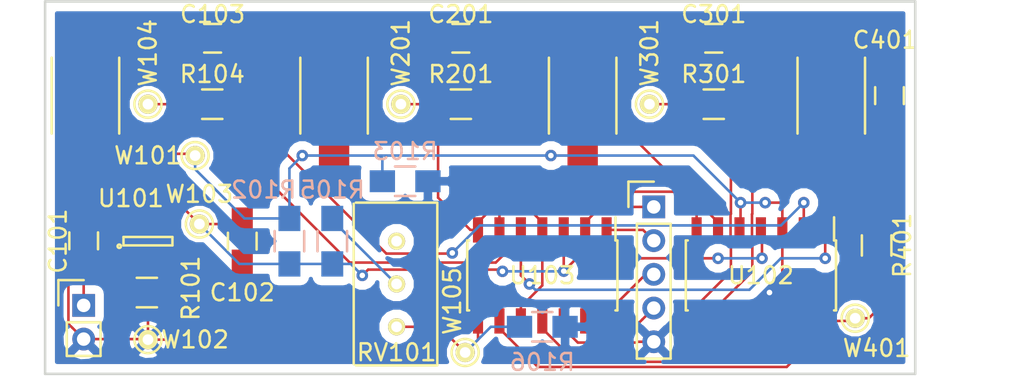
<source format=kicad_pcb>
(kicad_pcb (version 4) (host pcbnew 4.0.2+e4-6225~38~ubuntu16.04.1-stable)

  (general
    (links 68)
    (no_connects 0)
    (area 122.352999 121.590999 174.065001 143.839001)
    (thickness 1.6)
    (drawings 5)
    (tracks 243)
    (zones 0)
    (modules 33)
    (nets 22)
  )

  (page A4)
  (layers
    (0 F.Cu signal)
    (31 B.Cu signal)
    (36 B.SilkS user)
    (37 F.SilkS user)
    (38 B.Mask user)
    (39 F.Mask user)
    (42 Eco1.User user)
    (44 Edge.Cuts user)
    (49 F.Fab user)
  )

  (setup
    (last_trace_width 0.1524)
    (trace_clearance 0.1524)
    (zone_clearance 0.508)
    (zone_45_only no)
    (trace_min 0.1524)
    (segment_width 0.2)
    (edge_width 0.15)
    (via_size 0.6858)
    (via_drill 0.3302)
    (via_min_size 0.6858)
    (via_min_drill 0.3302)
    (uvia_size 0.762)
    (uvia_drill 0.508)
    (uvias_allowed no)
    (uvia_min_size 0)
    (uvia_min_drill 0)
    (pcb_text_width 0.3)
    (pcb_text_size 1.5 1.5)
    (mod_edge_width 0.15)
    (mod_text_size 1 1)
    (mod_text_width 0.15)
    (pad_size 1.524 1.524)
    (pad_drill 0.762)
    (pad_to_mask_clearance 0.2)
    (aux_axis_origin 0 0)
    (visible_elements FFFEEF7F)
    (pcbplotparams
      (layerselection 0x00030_80000001)
      (usegerberextensions false)
      (excludeedgelayer true)
      (linewidth 0.100000)
      (plotframeref false)
      (viasonmask false)
      (mode 1)
      (useauxorigin false)
      (hpglpennumber 1)
      (hpglpenspeed 20)
      (hpglpendiameter 15)
      (hpglpenoverlay 2)
      (psnegative false)
      (psa4output false)
      (plotreference true)
      (plotvalue true)
      (plotinvisibletext false)
      (padsonsilk false)
      (subtractmaskfromsilk false)
      (outputformat 1)
      (mirror false)
      (drillshape 1)
      (scaleselection 1)
      (outputdirectory ""))
  )

  (net 0 "")
  (net 1 "Net-(C101-Pad1)")
  (net 2 GND)
  (net 3 "Net-(R101-Pad2)")
  (net 4 "Net-(U101-Pad4)")
  (net 5 /+3v)
  (net 6 "Net-(C103-Pad1)")
  (net 7 "Net-(C103-Pad2)")
  (net 8 "Net-(C201-Pad1)")
  (net 9 "Net-(C201-Pad2)")
  (net 10 "Net-(C301-Pad1)")
  (net 11 "Net-(C301-Pad2)")
  (net 12 "Net-(C401-Pad1)")
  (net 13 "Net-(C401-Pad2)")
  (net 14 "Net-(P102-Pad1)")
  (net 15 /Channel2/C_OUT)
  (net 16 /Channel3/C_OUT)
  (net 17 /Channel4/C_OUT)
  (net 18 VGND)
  (net 19 "Net-(R105-Pad2)")
  (net 20 /Channel2/REF_IN)
  (net 21 "Net-(RV101-Pad1)")

  (net_class Default "This is the default net class."
    (clearance 0.1524)
    (trace_width 0.1524)
    (via_dia 0.6858)
    (via_drill 0.3302)
    (uvia_dia 0.762)
    (uvia_drill 0.508)
    (add_net /+3v)
    (add_net /Channel2/C_OUT)
    (add_net /Channel2/REF_IN)
    (add_net /Channel3/C_OUT)
    (add_net /Channel4/C_OUT)
    (add_net GND)
    (add_net "Net-(C101-Pad1)")
    (add_net "Net-(C103-Pad1)")
    (add_net "Net-(C103-Pad2)")
    (add_net "Net-(C201-Pad1)")
    (add_net "Net-(C201-Pad2)")
    (add_net "Net-(C301-Pad1)")
    (add_net "Net-(C301-Pad2)")
    (add_net "Net-(C401-Pad1)")
    (add_net "Net-(C401-Pad2)")
    (add_net "Net-(P102-Pad1)")
    (add_net "Net-(R101-Pad2)")
    (add_net "Net-(R105-Pad2)")
    (add_net "Net-(RV101-Pad1)")
    (add_net "Net-(U101-Pad4)")
    (add_net VGND)
  )

  (module Connect:PINTST (layer F.Cu) (tedit 0) (tstamp 57994310)
    (at 143.51 127.762)
    (descr "module 1 pin (ou trou mecanique de percage)")
    (tags DEV)
    (path /579833D0/579982E5)
    (fp_text reference W201 (at 0 -3.048 90) (layer F.SilkS)
      (effects (font (size 1 1) (thickness 0.15)))
    )
    (fp_text value C (at 0 1.27) (layer F.Fab)
      (effects (font (size 1 1) (thickness 0.15)))
    )
    (fp_circle (center 0 0) (end -0.254 -0.762) (layer F.SilkS) (width 0.15))
    (pad 1 thru_hole circle (at 0 0) (size 1.143 1.143) (drill 0.635) (layers *.Cu *.Mask F.SilkS)
      (net 8 "Net-(C201-Pad1)"))
    (model Connect.3dshapes/PINTST.wrl
      (at (xyz 0 0 0))
      (scale (xyz 1 1 1))
      (rotate (xyz 0 0 0))
    )
  )

  (module Capacitors_SMD:C_0805_HandSoldering (layer F.Cu) (tedit 541A9B8D) (tstamp 57994244)
    (at 124.714 135.87 90)
    (descr "Capacitor SMD 0805, hand soldering")
    (tags "capacitor 0805")
    (path /5798EF9B)
    (attr smd)
    (fp_text reference C101 (at -0.02 -1.524 90) (layer F.SilkS)
      (effects (font (size 1 1) (thickness 0.15)))
    )
    (fp_text value 1u (at 0 2.1 90) (layer F.Fab)
      (effects (font (size 1 1) (thickness 0.15)))
    )
    (fp_line (start -2.3 -1) (end 2.3 -1) (layer F.CrtYd) (width 0.05))
    (fp_line (start -2.3 1) (end 2.3 1) (layer F.CrtYd) (width 0.05))
    (fp_line (start -2.3 -1) (end -2.3 1) (layer F.CrtYd) (width 0.05))
    (fp_line (start 2.3 -1) (end 2.3 1) (layer F.CrtYd) (width 0.05))
    (fp_line (start 0.5 -0.85) (end -0.5 -0.85) (layer F.SilkS) (width 0.15))
    (fp_line (start -0.5 0.85) (end 0.5 0.85) (layer F.SilkS) (width 0.15))
    (pad 1 smd rect (at -1.25 0 90) (size 1.5 1.25) (layers F.Cu F.Mask)
      (net 1 "Net-(C101-Pad1)"))
    (pad 2 smd rect (at 1.25 0 90) (size 1.5 1.25) (layers F.Cu F.Mask)
      (net 2 GND))
    (model Capacitors_SMD.3dshapes/C_0805_HandSoldering.wrl
      (at (xyz 0 0 0))
      (scale (xyz 1 1 1))
      (rotate (xyz 0 0 0))
    )
  )

  (module Capacitors_SMD:C_0805_HandSoldering (layer F.Cu) (tedit 541A9B8D) (tstamp 5799424A)
    (at 134.112 135.89 90)
    (descr "Capacitor SMD 0805, hand soldering")
    (tags "capacitor 0805")
    (path /57980A05)
    (attr smd)
    (fp_text reference C102 (at -3.048 0 180) (layer F.SilkS)
      (effects (font (size 1 1) (thickness 0.15)))
    )
    (fp_text value .1u (at 0 2.1 90) (layer F.Fab)
      (effects (font (size 1 1) (thickness 0.15)))
    )
    (fp_line (start -2.3 -1) (end 2.3 -1) (layer F.CrtYd) (width 0.05))
    (fp_line (start -2.3 1) (end 2.3 1) (layer F.CrtYd) (width 0.05))
    (fp_line (start -2.3 -1) (end -2.3 1) (layer F.CrtYd) (width 0.05))
    (fp_line (start 2.3 -1) (end 2.3 1) (layer F.CrtYd) (width 0.05))
    (fp_line (start 0.5 -0.85) (end -0.5 -0.85) (layer F.SilkS) (width 0.15))
    (fp_line (start -0.5 0.85) (end 0.5 0.85) (layer F.SilkS) (width 0.15))
    (pad 1 smd rect (at -1.25 0 90) (size 1.5 1.25) (layers F.Cu F.Mask)
      (net 2 GND))
    (pad 2 smd rect (at 1.25 0 90) (size 1.5 1.25) (layers F.Cu F.Mask)
      (net 5 /+3v))
    (model Capacitors_SMD.3dshapes/C_0805_HandSoldering.wrl
      (at (xyz 0 0 0))
      (scale (xyz 1 1 1))
      (rotate (xyz 0 0 0))
    )
  )

  (module Capacitors_SMD:C_0805_HandSoldering (layer F.Cu) (tedit 541A9B8D) (tstamp 57994250)
    (at 132.354 123.8494)
    (descr "Capacitor SMD 0805, hand soldering")
    (tags "capacitor 0805")
    (path /5797F8F7)
    (attr smd)
    (fp_text reference C103 (at 0 -1.4214) (layer F.SilkS)
      (effects (font (size 1 1) (thickness 0.15)))
    )
    (fp_text value 100p (at 0 2.1) (layer F.Fab)
      (effects (font (size 1 1) (thickness 0.15)))
    )
    (fp_line (start -2.3 -1) (end 2.3 -1) (layer F.CrtYd) (width 0.05))
    (fp_line (start -2.3 1) (end 2.3 1) (layer F.CrtYd) (width 0.05))
    (fp_line (start -2.3 -1) (end -2.3 1) (layer F.CrtYd) (width 0.05))
    (fp_line (start 2.3 -1) (end 2.3 1) (layer F.CrtYd) (width 0.05))
    (fp_line (start 0.5 -0.85) (end -0.5 -0.85) (layer F.SilkS) (width 0.15))
    (fp_line (start -0.5 0.85) (end 0.5 0.85) (layer F.SilkS) (width 0.15))
    (pad 1 smd rect (at -1.25 0) (size 1.5 1.25) (layers F.Cu F.Mask)
      (net 6 "Net-(C103-Pad1)"))
    (pad 2 smd rect (at 1.25 0) (size 1.5 1.25) (layers F.Cu F.Mask)
      (net 7 "Net-(C103-Pad2)"))
    (model Capacitors_SMD.3dshapes/C_0805_HandSoldering.wrl
      (at (xyz 0 0 0))
      (scale (xyz 1 1 1))
      (rotate (xyz 0 0 0))
    )
  )

  (module Capacitors_SMD:C_0805_HandSoldering (layer F.Cu) (tedit 541A9B8D) (tstamp 57994256)
    (at 147.066 123.8494)
    (descr "Capacitor SMD 0805, hand soldering")
    (tags "capacitor 0805")
    (path /579833D0/57984F86)
    (attr smd)
    (fp_text reference C201 (at 0 -1.4214) (layer F.SilkS)
      (effects (font (size 1 1) (thickness 0.15)))
    )
    (fp_text value 100p (at 0 2.1) (layer F.Fab)
      (effects (font (size 1 1) (thickness 0.15)))
    )
    (fp_line (start -2.3 -1) (end 2.3 -1) (layer F.CrtYd) (width 0.05))
    (fp_line (start -2.3 1) (end 2.3 1) (layer F.CrtYd) (width 0.05))
    (fp_line (start -2.3 -1) (end -2.3 1) (layer F.CrtYd) (width 0.05))
    (fp_line (start 2.3 -1) (end 2.3 1) (layer F.CrtYd) (width 0.05))
    (fp_line (start 0.5 -0.85) (end -0.5 -0.85) (layer F.SilkS) (width 0.15))
    (fp_line (start -0.5 0.85) (end 0.5 0.85) (layer F.SilkS) (width 0.15))
    (pad 1 smd rect (at -1.25 0) (size 1.5 1.25) (layers F.Cu F.Mask)
      (net 8 "Net-(C201-Pad1)"))
    (pad 2 smd rect (at 1.25 0) (size 1.5 1.25) (layers F.Cu F.Mask)
      (net 9 "Net-(C201-Pad2)"))
    (model Capacitors_SMD.3dshapes/C_0805_HandSoldering.wrl
      (at (xyz 0 0 0))
      (scale (xyz 1 1 1))
      (rotate (xyz 0 0 0))
    )
  )

  (module Capacitors_SMD:C_0805_HandSoldering (layer F.Cu) (tedit 541A9B8D) (tstamp 5799425C)
    (at 162.052 123.8494)
    (descr "Capacitor SMD 0805, hand soldering")
    (tags "capacitor 0805")
    (path /57985B3F/57984F86)
    (attr smd)
    (fp_text reference C301 (at 0 -1.4214) (layer F.SilkS)
      (effects (font (size 1 1) (thickness 0.15)))
    )
    (fp_text value 100p (at 0 2.1) (layer F.Fab)
      (effects (font (size 1 1) (thickness 0.15)))
    )
    (fp_line (start -2.3 -1) (end 2.3 -1) (layer F.CrtYd) (width 0.05))
    (fp_line (start -2.3 1) (end 2.3 1) (layer F.CrtYd) (width 0.05))
    (fp_line (start -2.3 -1) (end -2.3 1) (layer F.CrtYd) (width 0.05))
    (fp_line (start 2.3 -1) (end 2.3 1) (layer F.CrtYd) (width 0.05))
    (fp_line (start 0.5 -0.85) (end -0.5 -0.85) (layer F.SilkS) (width 0.15))
    (fp_line (start -0.5 0.85) (end 0.5 0.85) (layer F.SilkS) (width 0.15))
    (pad 1 smd rect (at -1.25 0) (size 1.5 1.25) (layers F.Cu F.Mask)
      (net 10 "Net-(C301-Pad1)"))
    (pad 2 smd rect (at 1.25 0) (size 1.5 1.25) (layers F.Cu F.Mask)
      (net 11 "Net-(C301-Pad2)"))
    (model Capacitors_SMD.3dshapes/C_0805_HandSoldering.wrl
      (at (xyz 0 0 0))
      (scale (xyz 1 1 1))
      (rotate (xyz 0 0 0))
    )
  )

  (module Capacitors_SMD:C_0805_HandSoldering (layer F.Cu) (tedit 541A9B8D) (tstamp 57994262)
    (at 172.466 127.254 90)
    (descr "Capacitor SMD 0805, hand soldering")
    (tags "capacitor 0805")
    (path /57986508/57984F86)
    (attr smd)
    (fp_text reference C401 (at 3.302 -0.254 180) (layer F.SilkS)
      (effects (font (size 1 1) (thickness 0.15)))
    )
    (fp_text value 100p (at 0 2.1 90) (layer F.Fab)
      (effects (font (size 1 1) (thickness 0.15)))
    )
    (fp_line (start -2.3 -1) (end 2.3 -1) (layer F.CrtYd) (width 0.05))
    (fp_line (start -2.3 1) (end 2.3 1) (layer F.CrtYd) (width 0.05))
    (fp_line (start -2.3 -1) (end -2.3 1) (layer F.CrtYd) (width 0.05))
    (fp_line (start 2.3 -1) (end 2.3 1) (layer F.CrtYd) (width 0.05))
    (fp_line (start 0.5 -0.85) (end -0.5 -0.85) (layer F.SilkS) (width 0.15))
    (fp_line (start -0.5 0.85) (end 0.5 0.85) (layer F.SilkS) (width 0.15))
    (pad 1 smd rect (at -1.25 0 90) (size 1.5 1.25) (layers F.Cu F.Mask)
      (net 12 "Net-(C401-Pad1)"))
    (pad 2 smd rect (at 1.25 0 90) (size 1.5 1.25) (layers F.Cu F.Mask)
      (net 13 "Net-(C401-Pad2)"))
    (model Capacitors_SMD.3dshapes/C_0805_HandSoldering.wrl
      (at (xyz 0 0 0))
      (scale (xyz 1 1 1))
      (rotate (xyz 0 0 0))
    )
  )

  (module gl:PD_QSB34 (layer F.Cu) (tedit 579945F2) (tstamp 57994279)
    (at 124.82 127.254 270)
    (path /5797F17E)
    (fp_text reference PD101 (at 0 3.048 270) (layer F.SilkS) hide
      (effects (font (size 1 1) (thickness 0.15)))
    )
    (fp_text value QSB34CGR (at 0 -3.048 270) (layer F.Fab)
      (effects (font (size 1 1) (thickness 0.15)))
    )
    (fp_line (start -2.25 -2) (end 2.25 -2) (layer F.SilkS) (width 0.15))
    (fp_line (start -2.25 2) (end 2.25 2) (layer F.SilkS) (width 0.15))
    (pad 1 smd rect (at -3.45 0 270) (size 2.55 1.8) (layers F.Cu F.Mask)
      (net 7 "Net-(C103-Pad2)"))
    (pad 2 smd rect (at 3.45 0 270) (size 2.55 1.8) (layers F.Cu F.Mask)
      (net 18 VGND))
  )

  (module gl:PD_QSB34 (layer F.Cu) (tedit 579945F9) (tstamp 57994281)
    (at 139.552 127.254 270)
    (path /579833D0/57984F71)
    (fp_text reference PD201 (at 0 3.048 270) (layer F.SilkS) hide
      (effects (font (size 1 1) (thickness 0.15)))
    )
    (fp_text value QSB34CGR (at 0 -3.048 270) (layer F.Fab)
      (effects (font (size 1 1) (thickness 0.15)))
    )
    (fp_line (start -2.25 -2) (end 2.25 -2) (layer F.SilkS) (width 0.15))
    (fp_line (start -2.25 2) (end 2.25 2) (layer F.SilkS) (width 0.15))
    (pad 1 smd rect (at -3.45 0 270) (size 2.55 1.8) (layers F.Cu F.Mask)
      (net 9 "Net-(C201-Pad2)"))
    (pad 2 smd rect (at 3.45 0 270) (size 2.55 1.8) (layers F.Cu F.Mask)
      (net 18 VGND))
  )

  (module gl:PD_QSB34 (layer F.Cu) (tedit 579945FC) (tstamp 57994289)
    (at 154.284 127.254 270)
    (path /57985B3F/57984F71)
    (fp_text reference PD301 (at 0 3.048 270) (layer F.SilkS) hide
      (effects (font (size 1 1) (thickness 0.15)))
    )
    (fp_text value QSB34CGR (at 0 -3.048 270) (layer F.Fab)
      (effects (font (size 1 1) (thickness 0.15)))
    )
    (fp_line (start -2.25 -2) (end 2.25 -2) (layer F.SilkS) (width 0.15))
    (fp_line (start -2.25 2) (end 2.25 2) (layer F.SilkS) (width 0.15))
    (pad 1 smd rect (at -3.45 0 270) (size 2.55 1.8) (layers F.Cu F.Mask)
      (net 11 "Net-(C301-Pad2)"))
    (pad 2 smd rect (at 3.45 0 270) (size 2.55 1.8) (layers F.Cu F.Mask)
      (net 18 VGND))
  )

  (module gl:PD_QSB34 (layer F.Cu) (tedit 579945FF) (tstamp 57994291)
    (at 169.016 127.254 270)
    (path /57986508/57984F71)
    (fp_text reference PD401 (at 0 3.048 270) (layer F.SilkS) hide
      (effects (font (size 1 1) (thickness 0.15)))
    )
    (fp_text value QSB34CGR (at 0 -3.048 270) (layer F.Fab)
      (effects (font (size 1 1) (thickness 0.15)))
    )
    (fp_line (start -2.25 -2) (end 2.25 -2) (layer F.SilkS) (width 0.15))
    (fp_line (start -2.25 2) (end 2.25 2) (layer F.SilkS) (width 0.15))
    (pad 1 smd rect (at -3.45 0 270) (size 2.55 1.8) (layers F.Cu F.Mask)
      (net 13 "Net-(C401-Pad2)"))
    (pad 2 smd rect (at 3.45 0 270) (size 2.55 1.8) (layers F.Cu F.Mask)
      (net 18 VGND))
  )

  (module Resistors_SMD:R_0805_HandSoldering (layer B.Cu) (tedit 579948DA) (tstamp 5799429D)
    (at 136.906 135.89 90)
    (descr "Resistor SMD 0805, hand soldering")
    (tags "resistor 0805")
    (path /579ABE46)
    (attr smd)
    (fp_text reference R102 (at 3.048 -1.524 180) (layer B.SilkS)
      (effects (font (size 1 1) (thickness 0.15)) (justify mirror))
    )
    (fp_text value 10k (at 0 -2.1 90) (layer B.Fab)
      (effects (font (size 1 1) (thickness 0.15)) (justify mirror))
    )
    (fp_line (start -2.4 1) (end 2.4 1) (layer B.CrtYd) (width 0.05))
    (fp_line (start -2.4 -1) (end 2.4 -1) (layer B.CrtYd) (width 0.05))
    (fp_line (start -2.4 1) (end -2.4 -1) (layer B.CrtYd) (width 0.05))
    (fp_line (start 2.4 1) (end 2.4 -1) (layer B.CrtYd) (width 0.05))
    (fp_line (start 0.6 -0.875) (end -0.6 -0.875) (layer B.SilkS) (width 0.15))
    (fp_line (start -0.6 0.875) (end 0.6 0.875) (layer B.SilkS) (width 0.15))
    (pad 1 smd rect (at -1.35 0 90) (size 1.5 1.3) (layers B.Cu B.Mask)
      (net 5 /+3v))
    (pad 2 smd rect (at 1.35 0 90) (size 1.5 1.3) (layers B.Cu B.Mask)
      (net 18 VGND))
    (model Resistors_SMD.3dshapes/R_0805_HandSoldering.wrl
      (at (xyz 0 0 0))
      (scale (xyz 1 1 1))
      (rotate (xyz 0 0 0))
    )
  )

  (module Resistors_SMD:R_0805_HandSoldering (layer B.Cu) (tedit 54189DEE) (tstamp 579942A3)
    (at 143.764 132.334)
    (descr "Resistor SMD 0805, hand soldering")
    (tags "resistor 0805")
    (path /579ABF1C)
    (attr smd)
    (fp_text reference R103 (at 0 -1.778) (layer B.SilkS)
      (effects (font (size 1 1) (thickness 0.15)) (justify mirror))
    )
    (fp_text value 10k (at 0 -2.1) (layer B.Fab)
      (effects (font (size 1 1) (thickness 0.15)) (justify mirror))
    )
    (fp_line (start -2.4 1) (end 2.4 1) (layer B.CrtYd) (width 0.05))
    (fp_line (start -2.4 -1) (end 2.4 -1) (layer B.CrtYd) (width 0.05))
    (fp_line (start -2.4 1) (end -2.4 -1) (layer B.CrtYd) (width 0.05))
    (fp_line (start 2.4 1) (end 2.4 -1) (layer B.CrtYd) (width 0.05))
    (fp_line (start 0.6 -0.875) (end -0.6 -0.875) (layer B.SilkS) (width 0.15))
    (fp_line (start -0.6 0.875) (end 0.6 0.875) (layer B.SilkS) (width 0.15))
    (pad 1 smd rect (at -1.35 0) (size 1.5 1.3) (layers B.Cu B.Mask)
      (net 18 VGND))
    (pad 2 smd rect (at 1.35 0) (size 1.5 1.3) (layers B.Cu B.Mask)
      (net 2 GND))
    (model Resistors_SMD.3dshapes/R_0805_HandSoldering.wrl
      (at (xyz 0 0 0))
      (scale (xyz 1 1 1))
      (rotate (xyz 0 0 0))
    )
  )

  (module Resistors_SMD:R_0805_HandSoldering (layer F.Cu) (tedit 54189DEE) (tstamp 579942A9)
    (at 132.334 127.762)
    (descr "Resistor SMD 0805, hand soldering")
    (tags "resistor 0805")
    (path /5797E84E)
    (attr smd)
    (fp_text reference R104 (at 0 -1.778) (layer F.SilkS)
      (effects (font (size 1 1) (thickness 0.15)))
    )
    (fp_text value 1M (at 0 2.1) (layer F.Fab)
      (effects (font (size 1 1) (thickness 0.15)))
    )
    (fp_line (start -2.4 -1) (end 2.4 -1) (layer F.CrtYd) (width 0.05))
    (fp_line (start -2.4 1) (end 2.4 1) (layer F.CrtYd) (width 0.05))
    (fp_line (start -2.4 -1) (end -2.4 1) (layer F.CrtYd) (width 0.05))
    (fp_line (start 2.4 -1) (end 2.4 1) (layer F.CrtYd) (width 0.05))
    (fp_line (start 0.6 0.875) (end -0.6 0.875) (layer F.SilkS) (width 0.15))
    (fp_line (start -0.6 -0.875) (end 0.6 -0.875) (layer F.SilkS) (width 0.15))
    (pad 1 smd rect (at -1.35 0) (size 1.5 1.3) (layers F.Cu F.Mask)
      (net 6 "Net-(C103-Pad1)"))
    (pad 2 smd rect (at 1.35 0) (size 1.5 1.3) (layers F.Cu F.Mask)
      (net 7 "Net-(C103-Pad2)"))
    (model Resistors_SMD.3dshapes/R_0805_HandSoldering.wrl
      (at (xyz 0 0 0))
      (scale (xyz 1 1 1))
      (rotate (xyz 0 0 0))
    )
  )

  (module Resistors_SMD:R_0805_HandSoldering (layer B.Cu) (tedit 54189DEE) (tstamp 579942AF)
    (at 139.446 135.89 90)
    (descr "Resistor SMD 0805, hand soldering")
    (tags "resistor 0805")
    (path /5797FD5F)
    (attr smd)
    (fp_text reference R105 (at 3.048 0 360) (layer B.SilkS)
      (effects (font (size 1 1) (thickness 0.15)) (justify mirror))
    )
    (fp_text value 10k (at 0 -2.1 90) (layer B.Fab)
      (effects (font (size 1 1) (thickness 0.15)) (justify mirror))
    )
    (fp_line (start -2.4 1) (end 2.4 1) (layer B.CrtYd) (width 0.05))
    (fp_line (start -2.4 -1) (end 2.4 -1) (layer B.CrtYd) (width 0.05))
    (fp_line (start -2.4 1) (end -2.4 -1) (layer B.CrtYd) (width 0.05))
    (fp_line (start 2.4 1) (end 2.4 -1) (layer B.CrtYd) (width 0.05))
    (fp_line (start 0.6 -0.875) (end -0.6 -0.875) (layer B.SilkS) (width 0.15))
    (fp_line (start -0.6 0.875) (end 0.6 0.875) (layer B.SilkS) (width 0.15))
    (pad 1 smd rect (at -1.35 0 90) (size 1.5 1.3) (layers B.Cu B.Mask)
      (net 5 /+3v))
    (pad 2 smd rect (at 1.35 0 90) (size 1.5 1.3) (layers B.Cu B.Mask)
      (net 19 "Net-(R105-Pad2)"))
    (model Resistors_SMD.3dshapes/R_0805_HandSoldering.wrl
      (at (xyz 0 0 0))
      (scale (xyz 1 1 1))
      (rotate (xyz 0 0 0))
    )
  )

  (module Resistors_SMD:R_0805_HandSoldering (layer B.Cu) (tedit 54189DEE) (tstamp 579942B5)
    (at 151.892 140.97)
    (descr "Resistor SMD 0805, hand soldering")
    (tags "resistor 0805")
    (path /579800D9)
    (attr smd)
    (fp_text reference R106 (at 0 2.1) (layer B.SilkS)
      (effects (font (size 1 1) (thickness 0.15)) (justify mirror))
    )
    (fp_text value 10k (at 0 -2.1) (layer B.Fab)
      (effects (font (size 1 1) (thickness 0.15)) (justify mirror))
    )
    (fp_line (start -2.4 1) (end 2.4 1) (layer B.CrtYd) (width 0.05))
    (fp_line (start -2.4 -1) (end 2.4 -1) (layer B.CrtYd) (width 0.05))
    (fp_line (start -2.4 1) (end -2.4 -1) (layer B.CrtYd) (width 0.05))
    (fp_line (start 2.4 1) (end 2.4 -1) (layer B.CrtYd) (width 0.05))
    (fp_line (start 0.6 -0.875) (end -0.6 -0.875) (layer B.SilkS) (width 0.15))
    (fp_line (start -0.6 0.875) (end 0.6 0.875) (layer B.SilkS) (width 0.15))
    (pad 1 smd rect (at -1.35 0) (size 1.5 1.3) (layers B.Cu B.Mask)
      (net 20 /Channel2/REF_IN))
    (pad 2 smd rect (at 1.35 0) (size 1.5 1.3) (layers B.Cu B.Mask)
      (net 2 GND))
    (model Resistors_SMD.3dshapes/R_0805_HandSoldering.wrl
      (at (xyz 0 0 0))
      (scale (xyz 1 1 1))
      (rotate (xyz 0 0 0))
    )
  )

  (module Resistors_SMD:R_0805_HandSoldering (layer F.Cu) (tedit 54189DEE) (tstamp 579942BB)
    (at 147.066 127.762)
    (descr "Resistor SMD 0805, hand soldering")
    (tags "resistor 0805")
    (path /579833D0/57984F61)
    (attr smd)
    (fp_text reference R201 (at 0 -1.778) (layer F.SilkS)
      (effects (font (size 1 1) (thickness 0.15)))
    )
    (fp_text value 1M (at 0 2.1) (layer F.Fab)
      (effects (font (size 1 1) (thickness 0.15)))
    )
    (fp_line (start -2.4 -1) (end 2.4 -1) (layer F.CrtYd) (width 0.05))
    (fp_line (start -2.4 1) (end 2.4 1) (layer F.CrtYd) (width 0.05))
    (fp_line (start -2.4 -1) (end -2.4 1) (layer F.CrtYd) (width 0.05))
    (fp_line (start 2.4 -1) (end 2.4 1) (layer F.CrtYd) (width 0.05))
    (fp_line (start 0.6 0.875) (end -0.6 0.875) (layer F.SilkS) (width 0.15))
    (fp_line (start -0.6 -0.875) (end 0.6 -0.875) (layer F.SilkS) (width 0.15))
    (pad 1 smd rect (at -1.35 0) (size 1.5 1.3) (layers F.Cu F.Mask)
      (net 8 "Net-(C201-Pad1)"))
    (pad 2 smd rect (at 1.35 0) (size 1.5 1.3) (layers F.Cu F.Mask)
      (net 9 "Net-(C201-Pad2)"))
    (model Resistors_SMD.3dshapes/R_0805_HandSoldering.wrl
      (at (xyz 0 0 0))
      (scale (xyz 1 1 1))
      (rotate (xyz 0 0 0))
    )
  )

  (module Resistors_SMD:R_0805_HandSoldering (layer F.Cu) (tedit 54189DEE) (tstamp 579942C1)
    (at 162.052 127.762)
    (descr "Resistor SMD 0805, hand soldering")
    (tags "resistor 0805")
    (path /57985B3F/57984F61)
    (attr smd)
    (fp_text reference R301 (at 0 -1.778) (layer F.SilkS)
      (effects (font (size 1 1) (thickness 0.15)))
    )
    (fp_text value 1M (at 0 2.1) (layer F.Fab)
      (effects (font (size 1 1) (thickness 0.15)))
    )
    (fp_line (start -2.4 -1) (end 2.4 -1) (layer F.CrtYd) (width 0.05))
    (fp_line (start -2.4 1) (end 2.4 1) (layer F.CrtYd) (width 0.05))
    (fp_line (start -2.4 -1) (end -2.4 1) (layer F.CrtYd) (width 0.05))
    (fp_line (start 2.4 -1) (end 2.4 1) (layer F.CrtYd) (width 0.05))
    (fp_line (start 0.6 0.875) (end -0.6 0.875) (layer F.SilkS) (width 0.15))
    (fp_line (start -0.6 -0.875) (end 0.6 -0.875) (layer F.SilkS) (width 0.15))
    (pad 1 smd rect (at -1.35 0) (size 1.5 1.3) (layers F.Cu F.Mask)
      (net 10 "Net-(C301-Pad1)"))
    (pad 2 smd rect (at 1.35 0) (size 1.5 1.3) (layers F.Cu F.Mask)
      (net 11 "Net-(C301-Pad2)"))
    (model Resistors_SMD.3dshapes/R_0805_HandSoldering.wrl
      (at (xyz 0 0 0))
      (scale (xyz 1 1 1))
      (rotate (xyz 0 0 0))
    )
  )

  (module Resistors_SMD:R_0805_HandSoldering (layer F.Cu) (tedit 54189DEE) (tstamp 579942C7)
    (at 171.704 136.144 270)
    (descr "Resistor SMD 0805, hand soldering")
    (tags "resistor 0805")
    (path /57986508/57984F61)
    (attr smd)
    (fp_text reference R401 (at 0 -1.524 270) (layer F.SilkS)
      (effects (font (size 1 1) (thickness 0.15)))
    )
    (fp_text value 1M (at 0 2.1 270) (layer F.Fab)
      (effects (font (size 1 1) (thickness 0.15)))
    )
    (fp_line (start -2.4 -1) (end 2.4 -1) (layer F.CrtYd) (width 0.05))
    (fp_line (start -2.4 1) (end 2.4 1) (layer F.CrtYd) (width 0.05))
    (fp_line (start -2.4 -1) (end -2.4 1) (layer F.CrtYd) (width 0.05))
    (fp_line (start 2.4 -1) (end 2.4 1) (layer F.CrtYd) (width 0.05))
    (fp_line (start 0.6 0.875) (end -0.6 0.875) (layer F.SilkS) (width 0.15))
    (fp_line (start -0.6 -0.875) (end 0.6 -0.875) (layer F.SilkS) (width 0.15))
    (pad 1 smd rect (at -1.35 0 270) (size 1.5 1.3) (layers F.Cu F.Mask)
      (net 12 "Net-(C401-Pad1)"))
    (pad 2 smd rect (at 1.35 0 270) (size 1.5 1.3) (layers F.Cu F.Mask)
      (net 13 "Net-(C401-Pad2)"))
    (model Resistors_SMD.3dshapes/R_0805_HandSoldering.wrl
      (at (xyz 0 0 0))
      (scale (xyz 1 1 1))
      (rotate (xyz 0 0 0))
    )
  )

  (module gl:3296W_POT (layer F.Cu) (tedit 579938A6) (tstamp 579942CE)
    (at 143.256 138.43)
    (path /57980072)
    (fp_text reference RV101 (at 0 4.064) (layer F.SilkS)
      (effects (font (size 1 1) (thickness 0.15)))
    )
    (fp_text value POT (at 0 -5.5) (layer F.Fab)
      (effects (font (size 1 1) (thickness 0.15)))
    )
    (fp_line (start 2.413 -4.7625) (end 2.413 4.7625) (layer F.SilkS) (width 0.15))
    (fp_line (start -2.413 -4.826) (end 2.413 -4.826) (layer F.SilkS) (width 0.15))
    (fp_line (start -2.54 -4.7625) (end -2.54 4.7625) (layer F.SilkS) (width 0.15))
    (fp_line (start -2.413 4.826) (end 2.413 4.826) (layer F.SilkS) (width 0.15))
    (pad 2 thru_hole circle (at 0 0) (size 1.016 1.016) (drill 0.635) (layers *.Cu *.Mask F.SilkS)
      (net 19 "Net-(R105-Pad2)"))
    (pad 3 thru_hole circle (at 0 2.54) (size 1.016 1.016) (drill 0.635) (layers *.Cu *.Mask F.SilkS)
      (net 20 /Channel2/REF_IN))
    (pad 1 thru_hole circle (at 0 -2.54) (size 1.016 1.016) (drill 0.635) (layers *.Cu *.Mask F.SilkS)
      (net 21 "Net-(RV101-Pad1)"))
  )

  (module Housings_SOIC:SOIC-14_3.9x8.7mm_Pitch1.27mm (layer F.Cu) (tedit 54130A77) (tstamp 579942E0)
    (at 164.846 137.922 270)
    (descr "14-Lead Plastic Small Outline (SL) - Narrow, 3.90 mm Body [SOIC] (see Microchip Packaging Specification 00000049BS.pdf)")
    (tags "SOIC 1.27")
    (path /5797ED5B)
    (attr smd)
    (fp_text reference U102 (at 0 0 360) (layer F.SilkS)
      (effects (font (size 1 1) (thickness 0.15)))
    )
    (fp_text value MCP6404 (at 0 5.375 270) (layer F.Fab)
      (effects (font (size 1 1) (thickness 0.15)))
    )
    (fp_line (start -3.7 -4.65) (end -3.7 4.65) (layer F.CrtYd) (width 0.05))
    (fp_line (start 3.7 -4.65) (end 3.7 4.65) (layer F.CrtYd) (width 0.05))
    (fp_line (start -3.7 -4.65) (end 3.7 -4.65) (layer F.CrtYd) (width 0.05))
    (fp_line (start -3.7 4.65) (end 3.7 4.65) (layer F.CrtYd) (width 0.05))
    (fp_line (start -2.075 -4.45) (end -2.075 -4.335) (layer F.SilkS) (width 0.15))
    (fp_line (start 2.075 -4.45) (end 2.075 -4.335) (layer F.SilkS) (width 0.15))
    (fp_line (start 2.075 4.45) (end 2.075 4.335) (layer F.SilkS) (width 0.15))
    (fp_line (start -2.075 4.45) (end -2.075 4.335) (layer F.SilkS) (width 0.15))
    (fp_line (start -2.075 -4.45) (end 2.075 -4.45) (layer F.SilkS) (width 0.15))
    (fp_line (start -2.075 4.45) (end 2.075 4.45) (layer F.SilkS) (width 0.15))
    (fp_line (start -2.075 -4.335) (end -3.45 -4.335) (layer F.SilkS) (width 0.15))
    (pad 1 smd rect (at -2.7 -3.81 270) (size 1.5 0.6) (layers F.Cu F.Mask)
      (net 6 "Net-(C103-Pad1)"))
    (pad 2 smd rect (at -2.7 -2.54 270) (size 1.5 0.6) (layers F.Cu F.Mask)
      (net 7 "Net-(C103-Pad2)"))
    (pad 3 smd rect (at -2.7 -1.27 270) (size 1.5 0.6) (layers F.Cu F.Mask)
      (net 18 VGND))
    (pad 4 smd rect (at -2.7 0 270) (size 1.5 0.6) (layers F.Cu F.Mask)
      (net 5 /+3v))
    (pad 5 smd rect (at -2.7 1.27 270) (size 1.5 0.6) (layers F.Cu F.Mask)
      (net 18 VGND))
    (pad 6 smd rect (at -2.7 2.54 270) (size 1.5 0.6) (layers F.Cu F.Mask)
      (net 9 "Net-(C201-Pad2)"))
    (pad 7 smd rect (at -2.7 3.81 270) (size 1.5 0.6) (layers F.Cu F.Mask)
      (net 8 "Net-(C201-Pad1)"))
    (pad 8 smd rect (at 2.7 3.81 270) (size 1.5 0.6) (layers F.Cu F.Mask)
      (net 10 "Net-(C301-Pad1)"))
    (pad 9 smd rect (at 2.7 2.54 270) (size 1.5 0.6) (layers F.Cu F.Mask)
      (net 11 "Net-(C301-Pad2)"))
    (pad 10 smd rect (at 2.7 1.27 270) (size 1.5 0.6) (layers F.Cu F.Mask)
      (net 18 VGND))
    (pad 11 smd rect (at 2.7 0 270) (size 1.5 0.6) (layers F.Cu F.Mask)
      (net 2 GND))
    (pad 12 smd rect (at 2.7 -1.27 270) (size 1.5 0.6) (layers F.Cu F.Mask)
      (net 18 VGND))
    (pad 13 smd rect (at 2.7 -2.54 270) (size 1.5 0.6) (layers F.Cu F.Mask)
      (net 13 "Net-(C401-Pad2)"))
    (pad 14 smd rect (at 2.7 -3.81 270) (size 1.5 0.6) (layers F.Cu F.Mask)
      (net 12 "Net-(C401-Pad1)"))
    (model Housings_SOIC.3dshapes/SOIC-14_3.9x8.7mm_Pitch1.27mm.wrl
      (at (xyz 0 0 0))
      (scale (xyz 1 1 1))
      (rotate (xyz 0 0 0))
    )
  )

  (module Housings_SOIC:SOIC-14_3.9x8.7mm_Pitch1.27mm (layer F.Cu) (tedit 54130A77) (tstamp 579942F2)
    (at 151.892 137.922 270)
    (descr "14-Lead Plastic Small Outline (SL) - Narrow, 3.90 mm Body [SOIC] (see Microchip Packaging Specification 00000049BS.pdf)")
    (tags "SOIC 1.27")
    (path /5797F22C)
    (attr smd)
    (fp_text reference U103 (at 0 0 360) (layer F.SilkS)
      (effects (font (size 1 1) (thickness 0.15)))
    )
    (fp_text value LM339 (at 0 5.375 270) (layer F.Fab)
      (effects (font (size 1 1) (thickness 0.15)))
    )
    (fp_line (start -3.7 -4.65) (end -3.7 4.65) (layer F.CrtYd) (width 0.05))
    (fp_line (start 3.7 -4.65) (end 3.7 4.65) (layer F.CrtYd) (width 0.05))
    (fp_line (start -3.7 -4.65) (end 3.7 -4.65) (layer F.CrtYd) (width 0.05))
    (fp_line (start -3.7 4.65) (end 3.7 4.65) (layer F.CrtYd) (width 0.05))
    (fp_line (start -2.075 -4.45) (end -2.075 -4.335) (layer F.SilkS) (width 0.15))
    (fp_line (start 2.075 -4.45) (end 2.075 -4.335) (layer F.SilkS) (width 0.15))
    (fp_line (start 2.075 4.45) (end 2.075 4.335) (layer F.SilkS) (width 0.15))
    (fp_line (start -2.075 4.45) (end -2.075 4.335) (layer F.SilkS) (width 0.15))
    (fp_line (start -2.075 -4.45) (end 2.075 -4.45) (layer F.SilkS) (width 0.15))
    (fp_line (start -2.075 4.45) (end 2.075 4.45) (layer F.SilkS) (width 0.15))
    (fp_line (start -2.075 -4.335) (end -3.45 -4.335) (layer F.SilkS) (width 0.15))
    (pad 1 smd rect (at -2.7 -3.81 270) (size 1.5 0.6) (layers F.Cu F.Mask)
      (net 15 /Channel2/C_OUT))
    (pad 2 smd rect (at -2.7 -2.54 270) (size 1.5 0.6) (layers F.Cu F.Mask)
      (net 14 "Net-(P102-Pad1)"))
    (pad 3 smd rect (at -2.7 -1.27 270) (size 1.5 0.6) (layers F.Cu F.Mask)
      (net 5 /+3v))
    (pad 4 smd rect (at -2.7 0 270) (size 1.5 0.6) (layers F.Cu F.Mask)
      (net 20 /Channel2/REF_IN))
    (pad 5 smd rect (at -2.7 1.27 270) (size 1.5 0.6) (layers F.Cu F.Mask)
      (net 6 "Net-(C103-Pad1)"))
    (pad 6 smd rect (at -2.7 2.54 270) (size 1.5 0.6) (layers F.Cu F.Mask)
      (net 20 /Channel2/REF_IN))
    (pad 7 smd rect (at -2.7 3.81 270) (size 1.5 0.6) (layers F.Cu F.Mask)
      (net 8 "Net-(C201-Pad1)"))
    (pad 8 smd rect (at 2.7 3.81 270) (size 1.5 0.6) (layers F.Cu F.Mask)
      (net 20 /Channel2/REF_IN))
    (pad 9 smd rect (at 2.7 2.54 270) (size 1.5 0.6) (layers F.Cu F.Mask)
      (net 12 "Net-(C401-Pad1)"))
    (pad 10 smd rect (at 2.7 1.27 270) (size 1.5 0.6) (layers F.Cu F.Mask)
      (net 20 /Channel2/REF_IN))
    (pad 11 smd rect (at 2.7 0 270) (size 1.5 0.6) (layers F.Cu F.Mask)
      (net 10 "Net-(C301-Pad1)"))
    (pad 12 smd rect (at 2.7 -1.27 270) (size 1.5 0.6) (layers F.Cu F.Mask)
      (net 2 GND))
    (pad 13 smd rect (at 2.7 -2.54 270) (size 1.5 0.6) (layers F.Cu F.Mask)
      (net 17 /Channel4/C_OUT))
    (pad 14 smd rect (at 2.7 -3.81 270) (size 1.5 0.6) (layers F.Cu F.Mask)
      (net 16 /Channel3/C_OUT))
    (model Housings_SOIC.3dshapes/SOIC-14_3.9x8.7mm_Pitch1.27mm.wrl
      (at (xyz 0 0 0))
      (scale (xyz 1 1 1))
      (rotate (xyz 0 0 0))
    )
  )

  (module Connect:PINTST (layer F.Cu) (tedit 0) (tstamp 579942F7)
    (at 131.318 130.81)
    (descr "module 1 pin (ou trou mecanique de percage)")
    (tags DEV)
    (path /579B6D58)
    (fp_text reference W101 (at -2.794 0) (layer F.SilkS)
      (effects (font (size 1 1) (thickness 0.15)))
    )
    (fp_text value VGND (at 0 1.27) (layer F.Fab)
      (effects (font (size 1 1) (thickness 0.15)))
    )
    (fp_circle (center 0 0) (end -0.254 -0.762) (layer F.SilkS) (width 0.15))
    (pad 1 thru_hole circle (at 0 0) (size 1.143 1.143) (drill 0.635) (layers *.Cu *.Mask F.SilkS)
      (net 18 VGND))
    (model Connect.3dshapes/PINTST.wrl
      (at (xyz 0 0 0))
      (scale (xyz 1 1 1))
      (rotate (xyz 0 0 0))
    )
  )

  (module Connect:PINTST (layer F.Cu) (tedit 0) (tstamp 579942FC)
    (at 128.524 141.732)
    (descr "module 1 pin (ou trou mecanique de percage)")
    (tags DEV)
    (path /579B53B3)
    (fp_text reference W102 (at 2.794 0) (layer F.SilkS)
      (effects (font (size 1 1) (thickness 0.15)))
    )
    (fp_text value GND (at 0 1.27) (layer F.Fab)
      (effects (font (size 1 1) (thickness 0.15)))
    )
    (fp_circle (center 0 0) (end -0.254 -0.762) (layer F.SilkS) (width 0.15))
    (pad 1 thru_hole circle (at 0 0) (size 1.143 1.143) (drill 0.635) (layers *.Cu *.Mask F.SilkS)
      (net 2 GND))
    (model Connect.3dshapes/PINTST.wrl
      (at (xyz 0 0 0))
      (scale (xyz 1 1 1))
      (rotate (xyz 0 0 0))
    )
  )

  (module Connect:PINTST (layer F.Cu) (tedit 0) (tstamp 57994301)
    (at 131.572 134.874)
    (descr "module 1 pin (ou trou mecanique de percage)")
    (tags DEV)
    (path /57997406)
    (fp_text reference W103 (at 0 -1.778) (layer F.SilkS)
      (effects (font (size 1 1) (thickness 0.15)))
    )
    (fp_text value +3v (at 0 1.27) (layer F.Fab)
      (effects (font (size 1 1) (thickness 0.15)))
    )
    (fp_circle (center 0 0) (end -0.254 -0.762) (layer F.SilkS) (width 0.15))
    (pad 1 thru_hole circle (at 0 0) (size 1.143 1.143) (drill 0.635) (layers *.Cu *.Mask F.SilkS)
      (net 5 /+3v))
    (model Connect.3dshapes/PINTST.wrl
      (at (xyz 0 0 0))
      (scale (xyz 1 1 1))
      (rotate (xyz 0 0 0))
    )
  )

  (module Connect:PINTST (layer F.Cu) (tedit 57996C1D) (tstamp 57994306)
    (at 128.524 127.762)
    (descr "module 1 pin (ou trou mecanique de percage)")
    (tags DEV)
    (path /579980FC)
    (fp_text reference W104 (at 0 -3.048 90) (layer F.SilkS)
      (effects (font (size 1 1) (thickness 0.15)))
    )
    (fp_text value C (at 0 1.27) (layer F.Fab)
      (effects (font (size 1 1) (thickness 0.15)))
    )
    (fp_circle (center 0 0) (end -0.254 -0.762) (layer F.SilkS) (width 0.15))
    (pad 1 thru_hole circle (at 0 0) (size 1.143 1.143) (drill 0.635) (layers *.Cu *.Mask F.SilkS)
      (net 6 "Net-(C103-Pad1)"))
    (model Connect.3dshapes/PINTST.wrl
      (at (xyz 0 0 0))
      (scale (xyz 1 1 1))
      (rotate (xyz 0 0 0))
    )
  )

  (module Connect:PINTST (layer F.Cu) (tedit 0) (tstamp 5799430B)
    (at 147.32 142.494)
    (descr "module 1 pin (ou trou mecanique de percage)")
    (tags DEV)
    (path /57998475)
    (fp_text reference W105 (at -0.762 -3.048 90) (layer F.SilkS)
      (effects (font (size 1 1) (thickness 0.15)))
    )
    (fp_text value REF (at 0 1.27) (layer F.Fab)
      (effects (font (size 1 1) (thickness 0.15)))
    )
    (fp_circle (center 0 0) (end -0.254 -0.762) (layer F.SilkS) (width 0.15))
    (pad 1 thru_hole circle (at 0 0) (size 1.143 1.143) (drill 0.635) (layers *.Cu *.Mask F.SilkS)
      (net 20 /Channel2/REF_IN))
    (model Connect.3dshapes/PINTST.wrl
      (at (xyz 0 0 0))
      (scale (xyz 1 1 1))
      (rotate (xyz 0 0 0))
    )
  )

  (module Connect:PINTST (layer F.Cu) (tedit 0) (tstamp 57994315)
    (at 158.242 127.762)
    (descr "module 1 pin (ou trou mecanique de percage)")
    (tags DEV)
    (path /57985B3F/579982E5)
    (fp_text reference W301 (at 0 -3.048 90) (layer F.SilkS)
      (effects (font (size 1 1) (thickness 0.15)))
    )
    (fp_text value C (at 0 1.27) (layer F.Fab)
      (effects (font (size 1 1) (thickness 0.15)))
    )
    (fp_circle (center 0 0) (end -0.254 -0.762) (layer F.SilkS) (width 0.15))
    (pad 1 thru_hole circle (at 0 0) (size 1.143 1.143) (drill 0.635) (layers *.Cu *.Mask F.SilkS)
      (net 10 "Net-(C301-Pad1)"))
    (model Connect.3dshapes/PINTST.wrl
      (at (xyz 0 0 0))
      (scale (xyz 1 1 1))
      (rotate (xyz 0 0 0))
    )
  )

  (module Connect:PINTST (layer F.Cu) (tedit 0) (tstamp 5799431A)
    (at 170.434 140.462)
    (descr "module 1 pin (ou trou mecanique de percage)")
    (tags DEV)
    (path /57986508/579982E5)
    (fp_text reference W401 (at 1.27 1.778) (layer F.SilkS)
      (effects (font (size 1 1) (thickness 0.15)))
    )
    (fp_text value C (at 0 1.27) (layer F.Fab)
      (effects (font (size 1 1) (thickness 0.15)))
    )
    (fp_circle (center 0 0) (end -0.254 -0.762) (layer F.SilkS) (width 0.15))
    (pad 1 thru_hole circle (at 0 0) (size 1.143 1.143) (drill 0.635) (layers *.Cu *.Mask F.SilkS)
      (net 12 "Net-(C401-Pad1)"))
    (model Connect.3dshapes/PINTST.wrl
      (at (xyz 0 0 0))
      (scale (xyz 1 1 1))
      (rotate (xyz 0 0 0))
    )
  )

  (module Pin_Headers:Pin_Header_Straight_1x02_Pitch2.00mm (layer F.Cu) (tedit 5799460A) (tstamp 57994986)
    (at 124.714 139.7)
    (descr "Through hole pin header, 1x02, 2.00mm pitch, single row")
    (tags "pin header single row")
    (path /5798B15B)
    (fp_text reference P101 (at 0 -5) (layer F.SilkS) hide
      (effects (font (size 1 1) (thickness 0.15)))
    )
    (fp_text value CONN_01X02 (at 0 -3) (layer F.Fab)
      (effects (font (size 1 1) (thickness 0.15)))
    )
    (fp_line (start -1 1) (end 1 1) (layer F.SilkS) (width 0.15))
    (fp_line (start 1 1) (end 1 3) (layer F.SilkS) (width 0.15))
    (fp_line (start 1 3) (end -1 3) (layer F.SilkS) (width 0.15))
    (fp_line (start -1 3) (end -1 1) (layer F.SilkS) (width 0.15))
    (fp_line (start -1.6 -1.6) (end 1.6 -1.6) (layer F.CrtYd) (width 0.05))
    (fp_line (start 1.6 -1.6) (end 1.6 3.6) (layer F.CrtYd) (width 0.05))
    (fp_line (start 1.6 3.6) (end -1.6 3.6) (layer F.CrtYd) (width 0.05))
    (fp_line (start -1.6 3.6) (end -1.6 -1.6) (layer F.CrtYd) (width 0.05))
    (fp_line (start -1.5 0) (end -1.5 -1.5) (layer F.SilkS) (width 0.15))
    (fp_line (start -1.5 -1.5) (end 0 -1.5) (layer F.SilkS) (width 0.15))
    (pad 1 thru_hole rect (at 0 0) (size 1.35 1.35) (drill 0.8) (layers *.Cu *.Mask)
      (net 1 "Net-(C101-Pad1)"))
    (pad 2 thru_hole circle (at 0 2) (size 1.35 1.35) (drill 0.8) (layers *.Cu *.Mask)
      (net 2 GND))
    (model Pin_Headers.3dshapes/Pin_Header_Straight_1x02_Pitch2.00mm.wrl
      (at (xyz 0 0 0))
      (scale (xyz 1 1 1))
      (rotate (xyz 0 0 0))
    )
  )

  (module Pin_Headers:Pin_Header_Straight_1x05_Pitch2.00mm (layer F.Cu) (tedit 5799460F) (tstamp 5799498B)
    (at 158.496 133.858)
    (descr "Through hole pin header, 1x05, 2.00mm pitch, single row")
    (tags "pin header single row")
    (path /5798CE6C)
    (fp_text reference P102 (at 0 -5) (layer F.SilkS) hide
      (effects (font (size 1 1) (thickness 0.15)))
    )
    (fp_text value CONN_01X05 (at 0 -3) (layer F.Fab)
      (effects (font (size 1 1) (thickness 0.15)))
    )
    (fp_line (start -1 1) (end 1 1) (layer F.SilkS) (width 0.15))
    (fp_line (start 1 1) (end 1 9) (layer F.SilkS) (width 0.15))
    (fp_line (start 1 9) (end -1 9) (layer F.SilkS) (width 0.15))
    (fp_line (start -1 9) (end -1 1) (layer F.SilkS) (width 0.15))
    (fp_line (start -1.6 -1.6) (end 1.6 -1.6) (layer F.CrtYd) (width 0.05))
    (fp_line (start 1.6 -1.6) (end 1.6 9.6) (layer F.CrtYd) (width 0.05))
    (fp_line (start 1.6 9.6) (end -1.6 9.6) (layer F.CrtYd) (width 0.05))
    (fp_line (start -1.6 9.6) (end -1.6 -1.6) (layer F.CrtYd) (width 0.05))
    (fp_line (start -1.5 0) (end -1.5 -1.5) (layer F.SilkS) (width 0.15))
    (fp_line (start -1.5 -1.5) (end 0 -1.5) (layer F.SilkS) (width 0.15))
    (pad 1 thru_hole rect (at 0 0) (size 1.35 1.35) (drill 0.8) (layers *.Cu *.Mask)
      (net 14 "Net-(P102-Pad1)"))
    (pad 2 thru_hole circle (at 0 2) (size 1.35 1.35) (drill 0.8) (layers *.Cu *.Mask)
      (net 15 /Channel2/C_OUT))
    (pad 3 thru_hole circle (at 0 4) (size 1.35 1.35) (drill 0.8) (layers *.Cu *.Mask)
      (net 16 /Channel3/C_OUT))
    (pad 4 thru_hole circle (at 0 6) (size 1.35 1.35) (drill 0.8) (layers *.Cu *.Mask)
      (net 17 /Channel4/C_OUT))
    (pad 5 thru_hole circle (at 0 8) (size 1.35 1.35) (drill 0.8) (layers *.Cu *.Mask)
      (net 2 GND))
    (model Pin_Headers.3dshapes/Pin_Header_Straight_1x05_Pitch2.00mm.wrl
      (at (xyz 0 0 0))
      (scale (xyz 1 1 1))
      (rotate (xyz 0 0 0))
    )
  )

  (module TO_SOT_Packages_SMD:SOT-23-5 (layer F.Cu) (tedit 55360473) (tstamp 57994993)
    (at 128.524 135.89 90)
    (descr "5-pin SOT23 package")
    (tags SOT-23-5)
    (path /57989487)
    (attr smd)
    (fp_text reference U101 (at 2.54 -1.016 180) (layer F.SilkS)
      (effects (font (size 1 1) (thickness 0.15)))
    )
    (fp_text value MIC5501 (at -0.05 2.35 90) (layer F.Fab)
      (effects (font (size 1 1) (thickness 0.15)))
    )
    (fp_line (start -1.8 -1.6) (end 1.8 -1.6) (layer F.CrtYd) (width 0.05))
    (fp_line (start 1.8 -1.6) (end 1.8 1.6) (layer F.CrtYd) (width 0.05))
    (fp_line (start 1.8 1.6) (end -1.8 1.6) (layer F.CrtYd) (width 0.05))
    (fp_line (start -1.8 1.6) (end -1.8 -1.6) (layer F.CrtYd) (width 0.05))
    (fp_circle (center -0.3 -1.7) (end -0.2 -1.7) (layer F.SilkS) (width 0.15))
    (fp_line (start 0.25 -1.45) (end -0.25 -1.45) (layer F.SilkS) (width 0.15))
    (fp_line (start 0.25 1.45) (end 0.25 -1.45) (layer F.SilkS) (width 0.15))
    (fp_line (start -0.25 1.45) (end 0.25 1.45) (layer F.SilkS) (width 0.15))
    (fp_line (start -0.25 -1.45) (end -0.25 1.45) (layer F.SilkS) (width 0.15))
    (pad 1 smd rect (at -1.1 -0.95 90) (size 1.06 0.65) (layers F.Cu F.Mask)
      (net 1 "Net-(C101-Pad1)"))
    (pad 2 smd rect (at -1.1 0 90) (size 1.06 0.65) (layers F.Cu F.Mask)
      (net 2 GND))
    (pad 3 smd rect (at -1.1 0.95 90) (size 1.06 0.65) (layers F.Cu F.Mask)
      (net 3 "Net-(R101-Pad2)"))
    (pad 4 smd rect (at 1.1 0.95 90) (size 1.06 0.65) (layers F.Cu F.Mask)
      (net 4 "Net-(U101-Pad4)"))
    (pad 5 smd rect (at 1.1 -0.95 90) (size 1.06 0.65) (layers F.Cu F.Mask)
      (net 5 /+3v))
    (model TO_SOT_Packages_SMD.3dshapes/SOT-23-5.wrl
      (at (xyz 0 0 0))
      (scale (xyz 1 1 1))
      (rotate (xyz 0 0 0))
    )
  )

  (module Resistors_SMD:R_0805 (layer F.Cu) (tedit 5415CDEB) (tstamp 5799523A)
    (at 128.458 138.938)
    (descr "Resistor SMD 0805, reflow soldering, Vishay (see dcrcw.pdf)")
    (tags "resistor 0805")
    (path /5798E9C5)
    (attr smd)
    (fp_text reference R101 (at 2.606 -0.254 90) (layer F.SilkS)
      (effects (font (size 1 1) (thickness 0.15)))
    )
    (fp_text value 0 (at 0 2.1) (layer F.Fab)
      (effects (font (size 1 1) (thickness 0.15)))
    )
    (fp_line (start -1.6 -1) (end 1.6 -1) (layer F.CrtYd) (width 0.05))
    (fp_line (start -1.6 1) (end 1.6 1) (layer F.CrtYd) (width 0.05))
    (fp_line (start -1.6 -1) (end -1.6 1) (layer F.CrtYd) (width 0.05))
    (fp_line (start 1.6 -1) (end 1.6 1) (layer F.CrtYd) (width 0.05))
    (fp_line (start 0.6 0.875) (end -0.6 0.875) (layer F.SilkS) (width 0.15))
    (fp_line (start -0.6 -0.875) (end 0.6 -0.875) (layer F.SilkS) (width 0.15))
    (pad 1 smd rect (at -0.95 0) (size 0.7 1.3) (layers F.Cu F.Mask)
      (net 1 "Net-(C101-Pad1)"))
    (pad 2 smd rect (at 0.95 0) (size 0.7 1.3) (layers F.Cu F.Mask)
      (net 3 "Net-(R101-Pad2)"))
    (model Resistors_SMD.3dshapes/R_0805.wrl
      (at (xyz 0 0 0))
      (scale (xyz 1 1 1))
      (rotate (xyz 0 0 0))
    )
  )

  (gr_line (start 122.428 143.764) (end 122.428 121.666) (layer Edge.Cuts) (width 0.15))
  (gr_line (start 173.99 143.764) (end 122.428 143.764) (layer Edge.Cuts) (width 0.15))
  (gr_line (start 173.99 121.666) (end 173.99 143.764) (layer Edge.Cuts) (width 0.15))
  (gr_line (start 122.428 121.666) (end 173.99 121.666) (layer Edge.Cuts) (width 0.15))
  (gr_line (start 122.936 133.096) (end 180.34 133.096) (layer Eco1.User) (width 0.2))

  (segment (start 127.574 136.99) (end 127.574 138.872) (width 0.1524) (layer F.Cu) (net 1))
  (segment (start 127.574 138.872) (end 127.508 138.938) (width 0.1524) (layer F.Cu) (net 1))
  (segment (start 124.714 137.12) (end 127.444 137.12) (width 0.1524) (layer F.Cu) (net 1))
  (segment (start 127.444 137.12) (end 127.574 136.99) (width 0.1524) (layer F.Cu) (net 1))
  (segment (start 124.714 139.7) (end 124.714 137.12) (width 0.1524) (layer F.Cu) (net 1))
  (segment (start 165.011101 139.280899) (end 165.354 138.938) (width 0.1524) (layer F.Cu) (net 2))
  (segment (start 164.846 139.446) (end 165.011101 139.280899) (width 0.1524) (layer F.Cu) (net 2))
  (segment (start 164.846 140.622) (end 164.846 139.446) (width 0.1524) (layer F.Cu) (net 2))
  (via (at 165.354 138.938) (size 0.6858) (drill 0.3302) (layers F.Cu B.Cu) (net 2))
  (segment (start 128.524 141.732) (end 129.645 141.732) (width 0.1524) (layer F.Cu) (net 2))
  (segment (start 129.645 141.732) (end 134.112 137.265) (width 0.1524) (layer F.Cu) (net 2))
  (segment (start 134.112 137.265) (end 134.112 137.14) (width 0.1524) (layer F.Cu) (net 2))
  (segment (start 158.496 141.858) (end 157.541406 141.858) (width 0.1524) (layer F.Cu) (net 2))
  (segment (start 157.541406 141.858) (end 157.493996 141.90541) (width 0.1524) (layer F.Cu) (net 2))
  (segment (start 157.493996 141.90541) (end 153.99541 141.90541) (width 0.1524) (layer F.Cu) (net 2))
  (segment (start 153.99541 141.90541) (end 153.162 141.072) (width 0.1524) (layer F.Cu) (net 2))
  (segment (start 153.162 141.072) (end 153.162 140.622) (width 0.1524) (layer F.Cu) (net 2))
  (segment (start 124.714 134.62) (end 123.9366 134.62) (width 0.1524) (layer F.Cu) (net 2))
  (segment (start 124.039001 141.025001) (end 124.714 141.7) (width 0.1524) (layer F.Cu) (net 2))
  (segment (start 123.9366 134.62) (end 123.810399 134.746201) (width 0.1524) (layer F.Cu) (net 2))
  (segment (start 123.810399 134.746201) (end 123.810399 140.796399) (width 0.1524) (layer F.Cu) (net 2))
  (segment (start 123.810399 140.796399) (end 124.039001 141.025001) (width 0.1524) (layer F.Cu) (net 2))
  (segment (start 124.714 141.7) (end 128.492 141.7) (width 0.1524) (layer F.Cu) (net 2))
  (segment (start 128.492 141.7) (end 128.524 141.732) (width 0.1524) (layer F.Cu) (net 2))
  (segment (start 128.524 136.99) (end 128.524 141.732) (width 0.1524) (layer F.Cu) (net 2))
  (segment (start 129.408 138.938) (end 129.408 137.056) (width 0.1524) (layer F.Cu) (net 3))
  (segment (start 129.408 137.056) (end 129.474 136.99) (width 0.1524) (layer F.Cu) (net 3))
  (segment (start 149.529869 137.679663) (end 153.150337 137.679663) (width 0.1524) (layer B.Cu) (net 5))
  (segment (start 153.150337 137.679663) (end 153.162 137.668) (width 0.1524) (layer B.Cu) (net 5))
  (segment (start 162.306 136.906) (end 164.90951 136.906) (width 0.1524) (layer B.Cu) (net 5))
  (segment (start 153.162 137.668) (end 153.924 136.906) (width 0.1524) (layer F.Cu) (net 5))
  (segment (start 153.924 136.906) (end 162.306 136.906) (width 0.1524) (layer F.Cu) (net 5))
  (via (at 162.306 136.906) (size 0.6858) (drill 0.3302) (layers F.Cu B.Cu) (net 5))
  (via (at 149.529869 137.679663) (size 0.6858) (drill 0.3302) (layers F.Cu B.Cu) (net 5))
  (segment (start 141.224 137.922) (end 141.566899 137.579101) (width 0.1524) (layer F.Cu) (net 5))
  (segment (start 149.429307 137.579101) (end 149.529272 137.679066) (width 0.1524) (layer F.Cu) (net 5))
  (segment (start 141.566899 137.579101) (end 149.429307 137.579101) (width 0.1524) (layer F.Cu) (net 5))
  (segment (start 149.529272 137.679066) (end 149.529869 137.679663) (width 0.1524) (layer F.Cu) (net 5))
  (segment (start 139.446 137.24) (end 140.542 137.24) (width 0.1524) (layer B.Cu) (net 5))
  (segment (start 140.542 137.24) (end 141.224 137.922) (width 0.1524) (layer B.Cu) (net 5))
  (via (at 141.224 137.922) (size 0.6858) (drill 0.3302) (layers F.Cu B.Cu) (net 5))
  (segment (start 164.90951 136.906) (end 164.90951 135.28551) (width 0.1524) (layer F.Cu) (net 5))
  (segment (start 164.90951 135.28551) (end 164.846 135.222) (width 0.1524) (layer F.Cu) (net 5))
  (via (at 164.90951 136.906) (size 0.6858) (drill 0.3302) (layers F.Cu B.Cu) (net 5))
  (segment (start 153.162 137.668) (end 153.162 135.222) (width 0.1524) (layer F.Cu) (net 5))
  (via (at 153.162 137.668) (size 0.6858) (drill 0.3302) (layers F.Cu B.Cu) (net 5))
  (segment (start 136.906 137.24) (end 133.938 137.24) (width 0.1524) (layer B.Cu) (net 5))
  (segment (start 133.938 137.24) (end 131.572 134.874) (width 0.1524) (layer B.Cu) (net 5))
  (segment (start 139.446 137.24) (end 136.906 137.24) (width 0.1524) (layer B.Cu) (net 5))
  (segment (start 131.572 134.874) (end 133.878 134.874) (width 0.1524) (layer F.Cu) (net 5))
  (segment (start 133.878 134.874) (end 134.112 134.64) (width 0.1524) (layer F.Cu) (net 5))
  (segment (start 127.574 134.79) (end 128.0514 134.79) (width 0.1524) (layer F.Cu) (net 5))
  (segment (start 128.0514 134.79) (end 128.810001 134.031399) (width 0.1524) (layer F.Cu) (net 5))
  (segment (start 128.810001 134.031399) (end 130.729399 134.031399) (width 0.1524) (layer F.Cu) (net 5))
  (segment (start 130.729399 134.031399) (end 131.000501 134.302501) (width 0.1524) (layer F.Cu) (net 5))
  (segment (start 131.000501 134.302501) (end 131.572 134.874) (width 0.1524) (layer F.Cu) (net 5))
  (segment (start 150.787101 138.087101) (end 151.13 138.43) (width 0.1524) (layer F.Cu) (net 6))
  (segment (start 150.622 135.222) (end 150.622 137.922) (width 0.1524) (layer F.Cu) (net 6))
  (segment (start 166.032178 136.906) (end 164.165279 138.772899) (width 0.1524) (layer B.Cu) (net 6))
  (segment (start 168.656 136.906) (end 166.032178 136.906) (width 0.1524) (layer B.Cu) (net 6))
  (segment (start 150.622 137.922) (end 150.787101 138.087101) (width 0.1524) (layer F.Cu) (net 6))
  (segment (start 164.165279 138.772899) (end 151.472899 138.772899) (width 0.1524) (layer B.Cu) (net 6))
  (segment (start 151.472899 138.772899) (end 151.13 138.43) (width 0.1524) (layer B.Cu) (net 6))
  (via (at 151.13 138.43) (size 0.6858) (drill 0.3302) (layers F.Cu B.Cu) (net 6))
  (segment (start 168.656 136.906) (end 168.656 135.222) (width 0.1524) (layer F.Cu) (net 6))
  (via (at 168.656 136.906) (size 0.6858) (drill 0.3302) (layers F.Cu B.Cu) (net 6))
  (segment (start 128.524 127.762) (end 130.984 127.762) (width 0.1524) (layer F.Cu) (net 6))
  (segment (start 130.984 127.762) (end 131.084 127.762) (width 0.1524) (layer F.Cu) (net 6))
  (segment (start 131.084 127.762) (end 140.482 137.16) (width 0.1524) (layer F.Cu) (net 6))
  (segment (start 140.482 137.16) (end 149.134 137.16) (width 0.1524) (layer F.Cu) (net 6))
  (segment (start 149.134 137.16) (end 150.622 135.672) (width 0.1524) (layer F.Cu) (net 6))
  (segment (start 150.622 135.672) (end 150.622 135.222) (width 0.1524) (layer F.Cu) (net 6))
  (segment (start 131.104 123.8494) (end 131.104 127.642) (width 0.1524) (layer F.Cu) (net 6))
  (segment (start 131.104 127.642) (end 130.984 127.762) (width 0.1524) (layer F.Cu) (net 6))
  (segment (start 167.386 133.604) (end 167.386 134.088933) (width 0.1524) (layer F.Cu) (net 7))
  (segment (start 167.386 134.088933) (end 167.386 135.222) (width 0.1524) (layer F.Cu) (net 7))
  (segment (start 146.558 136.58849) (end 148.192091 134.954399) (width 0.1524) (layer B.Cu) (net 7))
  (segment (start 148.192091 134.954399) (end 166.035601 134.954399) (width 0.1524) (layer B.Cu) (net 7))
  (segment (start 166.035601 134.954399) (end 167.386 133.604) (width 0.1524) (layer B.Cu) (net 7))
  (via (at 167.386 133.604) (size 0.6858) (drill 0.3302) (layers F.Cu B.Cu) (net 7))
  (segment (start 133.684 127.762) (end 133.784 127.762) (width 0.1524) (layer F.Cu) (net 7))
  (segment (start 133.784 127.762) (end 142.648601 136.626601) (width 0.1524) (layer F.Cu) (net 7))
  (segment (start 142.648601 136.626601) (end 146.519889 136.626601) (width 0.1524) (layer F.Cu) (net 7))
  (via (at 146.558 136.58849) (size 0.6858) (drill 0.3302) (layers F.Cu B.Cu) (net 7))
  (segment (start 146.519889 136.626601) (end 146.558 136.58849) (width 0.1524) (layer F.Cu) (net 7))
  (segment (start 133.604 123.8494) (end 133.604 127.682) (width 0.1524) (layer F.Cu) (net 7))
  (segment (start 133.604 127.682) (end 133.684 127.762) (width 0.1524) (layer F.Cu) (net 7))
  (segment (start 124.82 123.804) (end 125.8724 123.804) (width 0.1524) (layer F.Cu) (net 7))
  (segment (start 125.8724 123.804) (end 126.680601 122.995799) (width 0.1524) (layer F.Cu) (net 7))
  (segment (start 132.625399 122.995799) (end 133.479 123.8494) (width 0.1524) (layer F.Cu) (net 7))
  (segment (start 126.680601 122.995799) (end 132.625399 122.995799) (width 0.1524) (layer F.Cu) (net 7))
  (segment (start 133.479 123.8494) (end 133.604 123.8494) (width 0.1524) (layer F.Cu) (net 7))
  (segment (start 148.082 135.222) (end 148.082 134.772) (width 0.1524) (layer F.Cu) (net 8))
  (segment (start 148.082 134.772) (end 149.899601 132.954399) (width 0.1524) (layer F.Cu) (net 8))
  (segment (start 149.899601 132.954399) (end 159.670799 132.954399) (width 0.1524) (layer F.Cu) (net 8))
  (segment (start 161.036 134.3196) (end 161.036 135.222) (width 0.1524) (layer F.Cu) (net 8))
  (segment (start 159.670799 132.954399) (end 161.036 134.3196) (width 0.1524) (layer F.Cu) (net 8))
  (segment (start 143.51 127.762) (end 145.716 127.762) (width 0.1524) (layer F.Cu) (net 8))
  (segment (start 145.716 127.762) (end 145.716 133.3084) (width 0.1524) (layer F.Cu) (net 8))
  (segment (start 145.716 133.3084) (end 147.6296 135.222) (width 0.1524) (layer F.Cu) (net 8))
  (segment (start 147.6296 135.222) (end 148.082 135.222) (width 0.1524) (layer F.Cu) (net 8))
  (segment (start 145.816 123.8494) (end 145.816 127.662) (width 0.1524) (layer F.Cu) (net 8))
  (segment (start 145.816 127.662) (end 145.716 127.762) (width 0.1524) (layer F.Cu) (net 8))
  (segment (start 162.306 134.772) (end 162.306 135.222) (width 0.1524) (layer F.Cu) (net 9))
  (segment (start 155.296 127.762) (end 162.306 134.772) (width 0.1524) (layer F.Cu) (net 9))
  (segment (start 148.416 127.762) (end 155.296 127.762) (width 0.1524) (layer F.Cu) (net 9))
  (segment (start 148.316 123.8494) (end 148.316 127.662) (width 0.1524) (layer F.Cu) (net 9))
  (segment (start 148.316 127.662) (end 148.416 127.762) (width 0.1524) (layer F.Cu) (net 9))
  (segment (start 139.552 123.804) (end 140.6044 123.804) (width 0.1524) (layer F.Cu) (net 9))
  (segment (start 140.6044 123.804) (end 141.412601 122.995799) (width 0.1524) (layer F.Cu) (net 9))
  (segment (start 141.412601 122.995799) (end 147.337399 122.995799) (width 0.1524) (layer F.Cu) (net 9))
  (segment (start 147.337399 122.995799) (end 148.191 123.8494) (width 0.1524) (layer F.Cu) (net 9))
  (segment (start 148.191 123.8494) (end 148.316 123.8494) (width 0.1524) (layer F.Cu) (net 9))
  (segment (start 158.242 127.762) (end 160.702 127.762) (width 0.1524) (layer F.Cu) (net 10))
  (segment (start 160.802 127.662) (end 160.702 127.762) (width 0.1524) (layer F.Cu) (net 10))
  (segment (start 160.802 123.8494) (end 160.802 127.662) (width 0.1524) (layer F.Cu) (net 10))
  (segment (start 161.036 139.7196) (end 161.036 140.622) (width 0.1524) (layer F.Cu) (net 10))
  (segment (start 161.036 141.072) (end 161.036 140.622) (width 0.1524) (layer F.Cu) (net 10))
  (segment (start 163.068 130.9304) (end 163.068 134.268518) (width 0.1524) (layer F.Cu) (net 10))
  (segment (start 160.702 128.5644) (end 163.068 130.9304) (width 0.1524) (layer F.Cu) (net 10))
  (segment (start 160.702 127.762) (end 160.702 128.5644) (width 0.1524) (layer F.Cu) (net 10))
  (segment (start 163.068 136.175482) (end 163.068 137.6876) (width 0.1524) (layer F.Cu) (net 10))
  (segment (start 163.068 137.6876) (end 161.036 139.7196) (width 0.1524) (layer F.Cu) (net 10))
  (segment (start 163.047399 134.289119) (end 163.047399 136.154881) (width 0.1524) (layer F.Cu) (net 10))
  (segment (start 163.047399 136.154881) (end 163.068 136.175482) (width 0.1524) (layer F.Cu) (net 10))
  (segment (start 163.068 134.268518) (end 163.047399 134.289119) (width 0.1524) (layer F.Cu) (net 10))
  (segment (start 159.060399 143.047601) (end 161.036 141.072) (width 0.1524) (layer F.Cu) (net 10))
  (segment (start 153.867601 143.047601) (end 159.060399 143.047601) (width 0.1524) (layer F.Cu) (net 10))
  (segment (start 151.892 141.072) (end 153.867601 143.047601) (width 0.1524) (layer F.Cu) (net 10))
  (segment (start 151.892 140.622) (end 151.892 141.072) (width 0.1524) (layer F.Cu) (net 10))
  (segment (start 163.302 123.8494) (end 163.302 127.662) (width 0.1524) (layer F.Cu) (net 11))
  (segment (start 163.302 127.662) (end 163.402 127.762) (width 0.1524) (layer F.Cu) (net 11))
  (segment (start 163.177 123.8494) (end 163.302 123.8494) (width 0.1524) (layer F.Cu) (net 11))
  (segment (start 162.323399 122.995799) (end 163.177 123.8494) (width 0.1524) (layer F.Cu) (net 11))
  (segment (start 164.338 129.5004) (end 164.338 134.268518) (width 0.1524) (layer F.Cu) (net 11))
  (segment (start 164.338 134.268518) (end 164.317399 134.289119) (width 0.1524) (layer F.Cu) (net 11))
  (segment (start 163.402 128.5644) (end 164.338 129.5004) (width 0.1524) (layer F.Cu) (net 11))
  (segment (start 163.402 127.762) (end 163.402 128.5644) (width 0.1524) (layer F.Cu) (net 11))
  (segment (start 162.306 139.7196) (end 162.306 140.622) (width 0.1524) (layer F.Cu) (net 11))
  (segment (start 164.338 137.6876) (end 162.306 139.7196) (width 0.1524) (layer F.Cu) (net 11))
  (segment (start 164.317399 136.154881) (end 164.338 136.175482) (width 0.1524) (layer F.Cu) (net 11))
  (segment (start 164.317399 134.289119) (end 164.317399 136.154881) (width 0.1524) (layer F.Cu) (net 11))
  (segment (start 164.338 136.175482) (end 164.338 137.6876) (width 0.1524) (layer F.Cu) (net 11))
  (segment (start 154.284 123.804) (end 155.3364 123.804) (width 0.1524) (layer F.Cu) (net 11))
  (segment (start 155.3364 123.804) (end 156.144601 122.995799) (width 0.1524) (layer F.Cu) (net 11))
  (segment (start 156.144601 122.995799) (end 162.323399 122.995799) (width 0.1524) (layer F.Cu) (net 11))
  (segment (start 168.656 140.622) (end 170.274 140.622) (width 0.1524) (layer F.Cu) (net 12))
  (segment (start 170.274 140.622) (end 170.434 140.462) (width 0.1524) (layer F.Cu) (net 12))
  (segment (start 171.704 134.794) (end 171.704 134.894) (width 0.1524) (layer F.Cu) (net 12))
  (segment (start 171.704 134.894) (end 172.582601 135.772601) (width 0.1524) (layer F.Cu) (net 12))
  (segment (start 172.582601 135.772601) (end 172.582601 139.121622) (width 0.1524) (layer F.Cu) (net 12))
  (segment (start 172.582601 139.121622) (end 171.242223 140.462) (width 0.1524) (layer F.Cu) (net 12))
  (segment (start 171.242223 140.462) (end 170.434 140.462) (width 0.1524) (layer F.Cu) (net 12))
  (segment (start 171.704 134.794) (end 171.704 129.266) (width 0.1524) (layer F.Cu) (net 12))
  (segment (start 171.704 129.266) (end 172.466 128.504) (width 0.1524) (layer F.Cu) (net 12))
  (segment (start 168.656 141.072) (end 166.375589 143.352411) (width 0.1524) (layer F.Cu) (net 12))
  (segment (start 168.656 140.622) (end 168.656 141.072) (width 0.1524) (layer F.Cu) (net 12))
  (segment (start 149.352 141.072) (end 149.352 140.622) (width 0.1524) (layer F.Cu) (net 12))
  (segment (start 151.632411 143.352411) (end 149.352 141.072) (width 0.1524) (layer F.Cu) (net 12))
  (segment (start 166.375589 143.352411) (end 151.632411 143.352411) (width 0.1524) (layer F.Cu) (net 12))
  (segment (start 171.704 137.494) (end 169.833766 137.494) (width 0.1524) (layer F.Cu) (net 13))
  (segment (start 169.833766 137.494) (end 167.386 139.941766) (width 0.1524) (layer F.Cu) (net 13))
  (segment (start 167.386 139.941766) (end 167.386 140.622) (width 0.1524) (layer F.Cu) (net 13))
  (segment (start 171.704 137.494) (end 171.704 136.5916) (width 0.1524) (layer F.Cu) (net 13))
  (segment (start 171.704 136.5916) (end 170.825399 135.712999) (width 0.1524) (layer F.Cu) (net 13))
  (segment (start 170.825399 135.712999) (end 170.825399 127.769601) (width 0.1524) (layer F.Cu) (net 13))
  (segment (start 170.825399 127.769601) (end 172.466 126.129) (width 0.1524) (layer F.Cu) (net 13))
  (segment (start 172.466 126.129) (end 172.466 126.004) (width 0.1524) (layer F.Cu) (net 13))
  (segment (start 169.016 123.804) (end 170.391 123.804) (width 0.1524) (layer F.Cu) (net 13))
  (segment (start 170.391 123.804) (end 172.466 125.879) (width 0.1524) (layer F.Cu) (net 13))
  (segment (start 172.466 125.879) (end 172.466 126.004) (width 0.1524) (layer F.Cu) (net 13))
  (segment (start 154.432 135.222) (end 154.432 134.772) (width 0.1524) (layer F.Cu) (net 14))
  (segment (start 154.432 134.772) (end 155.346 133.858) (width 0.1524) (layer F.Cu) (net 14))
  (segment (start 155.346 133.858) (end 157.6686 133.858) (width 0.1524) (layer F.Cu) (net 14))
  (segment (start 157.6686 133.858) (end 158.496 133.858) (width 0.1524) (layer F.Cu) (net 14))
  (segment (start 155.702 135.222) (end 157.86 135.222) (width 0.1524) (layer F.Cu) (net 15))
  (segment (start 157.86 135.222) (end 158.496 135.858) (width 0.1524) (layer F.Cu) (net 15))
  (segment (start 155.702 140.622) (end 155.702 140.172) (width 0.1524) (layer F.Cu) (net 16))
  (segment (start 155.702 140.172) (end 158.016 137.858) (width 0.1524) (layer F.Cu) (net 16))
  (segment (start 158.016 137.858) (end 158.496 137.858) (width 0.1524) (layer F.Cu) (net 16))
  (segment (start 154.432 140.622) (end 154.432 141.072) (width 0.1524) (layer F.Cu) (net 17))
  (segment (start 154.432 141.072) (end 154.960601 141.600601) (width 0.1524) (layer F.Cu) (net 17))
  (segment (start 154.960601 141.600601) (end 156.753399 141.600601) (width 0.1524) (layer F.Cu) (net 17))
  (segment (start 156.753399 141.600601) (end 157.821001 140.532999) (width 0.1524) (layer F.Cu) (net 17))
  (segment (start 157.821001 140.532999) (end 158.496 139.858) (width 0.1524) (layer F.Cu) (net 17))
  (segment (start 165.1 133.604) (end 163.63951 133.604) (width 0.1524) (layer B.Cu) (net 18))
  (segment (start 166.116 133.604) (end 166.116 132.5516) (width 0.1524) (layer F.Cu) (net 18))
  (segment (start 166.116 135.222) (end 166.116 133.604) (width 0.1524) (layer F.Cu) (net 18))
  (segment (start 166.116 133.604) (end 165.1 133.604) (width 0.1524) (layer F.Cu) (net 18))
  (via (at 165.1 133.604) (size 0.6858) (drill 0.3302) (layers F.Cu B.Cu) (net 18))
  (segment (start 137.668 130.81) (end 142.24 130.81) (width 0.1524) (layer B.Cu) (net 18))
  (segment (start 142.24 130.81) (end 152.4 130.81) (width 0.1524) (layer B.Cu) (net 18))
  (segment (start 142.414 132.334) (end 142.414 130.984) (width 0.1524) (layer B.Cu) (net 18))
  (segment (start 142.414 130.984) (end 142.24 130.81) (width 0.1524) (layer B.Cu) (net 18))
  (segment (start 163.63951 133.604) (end 163.63951 135.15849) (width 0.1524) (layer F.Cu) (net 18))
  (segment (start 163.63951 135.15849) (end 163.576 135.222) (width 0.1524) (layer F.Cu) (net 18))
  (segment (start 152.4 130.81) (end 160.84551 130.81) (width 0.1524) (layer B.Cu) (net 18))
  (segment (start 160.84551 130.81) (end 163.63951 133.604) (width 0.1524) (layer B.Cu) (net 18))
  (via (at 163.63951 133.604) (size 0.6858) (drill 0.3302) (layers F.Cu B.Cu) (net 18))
  (segment (start 152.4 130.81) (end 154.178 130.81) (width 0.1524) (layer F.Cu) (net 18))
  (segment (start 154.178 130.81) (end 154.284 130.704) (width 0.1524) (layer F.Cu) (net 18))
  (via (at 152.4 130.81) (size 0.6858) (drill 0.3302) (layers F.Cu B.Cu) (net 18))
  (segment (start 137.668 130.81) (end 139.446 130.81) (width 0.1524) (layer F.Cu) (net 18))
  (segment (start 139.446 130.81) (end 139.552 130.704) (width 0.1524) (layer F.Cu) (net 18))
  (segment (start 136.906 134.54) (end 136.906 131.572) (width 0.1524) (layer B.Cu) (net 18))
  (segment (start 136.906 131.572) (end 137.668 130.81) (width 0.1524) (layer B.Cu) (net 18))
  (via (at 137.668 130.81) (size 0.6858) (drill 0.3302) (layers F.Cu B.Cu) (net 18))
  (segment (start 131.318 130.81) (end 131.318 131.618223) (width 0.1524) (layer B.Cu) (net 18))
  (segment (start 131.318 131.618223) (end 134.239777 134.54) (width 0.1524) (layer B.Cu) (net 18))
  (segment (start 134.239777 134.54) (end 136.1036 134.54) (width 0.1524) (layer B.Cu) (net 18))
  (segment (start 136.1036 134.54) (end 136.906 134.54) (width 0.1524) (layer B.Cu) (net 18))
  (segment (start 124.82 130.704) (end 131.212 130.704) (width 0.1524) (layer F.Cu) (net 18))
  (segment (start 131.212 130.704) (end 131.318 130.81) (width 0.1524) (layer F.Cu) (net 18))
  (segment (start 163.576 140.622) (end 163.576 141.072) (width 0.1524) (layer F.Cu) (net 18))
  (segment (start 163.576 141.072) (end 164.104601 141.600601) (width 0.1524) (layer F.Cu) (net 18))
  (segment (start 164.104601 141.600601) (end 165.587399 141.600601) (width 0.1524) (layer F.Cu) (net 18))
  (segment (start 165.587399 141.600601) (end 166.116 141.072) (width 0.1524) (layer F.Cu) (net 18))
  (segment (start 166.116 141.072) (end 166.116 140.622) (width 0.1524) (layer F.Cu) (net 18))
  (segment (start 166.116 132.5516) (end 167.9636 130.704) (width 0.1524) (layer F.Cu) (net 18))
  (segment (start 167.9636 130.704) (end 169.016 130.704) (width 0.1524) (layer F.Cu) (net 18))
  (segment (start 166.116 135.222) (end 166.116 140.622) (width 0.1524) (layer F.Cu) (net 18))
  (segment (start 139.446 134.54) (end 139.446 134.64) (width 0.1524) (layer B.Cu) (net 19))
  (segment (start 139.446 134.64) (end 143.236 138.43) (width 0.1524) (layer B.Cu) (net 19))
  (segment (start 143.236 138.43) (end 143.256 138.43) (width 0.1524) (layer B.Cu) (net 19))
  (segment (start 151.892 135.222) (end 151.892 138.513826) (width 0.1524) (layer F.Cu) (net 20))
  (segment (start 151.892 138.513826) (end 150.686226 139.7196) (width 0.1524) (layer F.Cu) (net 20))
  (segment (start 150.686226 139.7196) (end 150.622 139.7196) (width 0.1524) (layer F.Cu) (net 20))
  (segment (start 150.542 140.97) (end 148.844 140.97) (width 0.1524) (layer B.Cu) (net 20))
  (segment (start 148.844 140.97) (end 147.32 142.494) (width 0.1524) (layer B.Cu) (net 20))
  (segment (start 150.622 140.622) (end 150.622 139.7196) (width 0.1524) (layer F.Cu) (net 20))
  (segment (start 150.622 139.7196) (end 150.545799 139.643399) (width 0.1524) (layer F.Cu) (net 20))
  (segment (start 150.545799 139.643399) (end 148.610601 139.643399) (width 0.1524) (layer F.Cu) (net 20))
  (segment (start 148.610601 139.643399) (end 148.082 140.172) (width 0.1524) (layer F.Cu) (net 20))
  (segment (start 148.082 140.172) (end 148.082 140.622) (width 0.1524) (layer F.Cu) (net 20))
  (segment (start 147.32 142.494) (end 145.796 140.97) (width 0.1524) (layer F.Cu) (net 20))
  (segment (start 145.796 140.97) (end 143.256 140.97) (width 0.1524) (layer F.Cu) (net 20))
  (segment (start 147.32 142.494) (end 148.082 141.732) (width 0.1524) (layer F.Cu) (net 20))
  (segment (start 148.082 141.732) (end 148.082 140.622) (width 0.1524) (layer F.Cu) (net 20))
  (segment (start 149.352 135.222) (end 149.352 134.3196) (width 0.1524) (layer F.Cu) (net 20))
  (segment (start 149.352 134.3196) (end 149.428201 134.243399) (width 0.1524) (layer F.Cu) (net 20))
  (segment (start 149.428201 134.243399) (end 151.363399 134.243399) (width 0.1524) (layer F.Cu) (net 20))
  (segment (start 151.363399 134.243399) (end 151.892 134.772) (width 0.1524) (layer F.Cu) (net 20))
  (segment (start 151.892 134.772) (end 151.892 135.222) (width 0.1524) (layer F.Cu) (net 20))

  (zone (net 2) (net_name GND) (layer B.Cu) (tstamp 0) (hatch edge 0.508)
    (connect_pads (clearance 0.508))
    (min_thickness 0.254)
    (fill yes (arc_segments 16) (thermal_gap 0.508) (thermal_bridge_width 0.508))
    (polygon
      (pts
        (xy 122.682 121.92) (xy 122.682 143.51) (xy 173.736 143.51) (xy 173.736 121.92)
      )
    )
    (filled_polygon
      (pts
        (xy 173.28 143.054) (xy 159.064519 143.054) (xy 159.174781 143.008328) (xy 159.233542 142.775147) (xy 158.496 142.037605)
        (xy 157.758458 142.775147) (xy 157.817219 143.008328) (xy 157.947683 143.054) (xy 148.393847 143.054) (xy 148.52629 142.735041)
        (xy 148.526676 142.293113) (xy 149.138589 141.6812) (xy 149.156076 141.6812) (xy 149.188838 141.855317) (xy 149.32791 142.071441)
        (xy 149.54011 142.216431) (xy 149.792 142.26744) (xy 151.292 142.26744) (xy 151.527317 142.223162) (xy 151.743441 142.08409)
        (xy 151.888431 141.87189) (xy 151.895191 141.83851) (xy 151.953673 141.979699) (xy 152.132302 142.158327) (xy 152.365691 142.255)
        (xy 152.95625 142.255) (xy 153.115 142.09625) (xy 153.115 141.097) (xy 153.369 141.097) (xy 153.369 142.09625)
        (xy 153.52775 142.255) (xy 154.118309 142.255) (xy 154.351698 142.158327) (xy 154.530327 141.979699) (xy 154.627 141.74631)
        (xy 154.627 141.6711) (xy 157.173478 141.6711) (xy 157.202625 142.191434) (xy 157.345672 142.536781) (xy 157.578853 142.595542)
        (xy 158.316395 141.858) (xy 158.675605 141.858) (xy 159.413147 142.595542) (xy 159.646328 142.536781) (xy 159.818522 142.0449)
        (xy 159.789375 141.524566) (xy 159.646328 141.179219) (xy 159.413147 141.120458) (xy 158.675605 141.858) (xy 158.316395 141.858)
        (xy 157.578853 141.120458) (xy 157.345672 141.179219) (xy 157.173478 141.6711) (xy 154.627 141.6711) (xy 154.627 141.25575)
        (xy 154.46825 141.097) (xy 153.369 141.097) (xy 153.115 141.097) (xy 153.095 141.097) (xy 153.095 140.843)
        (xy 153.115 140.843) (xy 153.115 139.84375) (xy 153.369 139.84375) (xy 153.369 140.843) (xy 154.46825 140.843)
        (xy 154.627 140.68425) (xy 154.627 140.19369) (xy 154.530327 139.960301) (xy 154.351698 139.781673) (xy 154.118309 139.685)
        (xy 153.52775 139.685) (xy 153.369 139.84375) (xy 153.115 139.84375) (xy 152.95625 139.685) (xy 152.365691 139.685)
        (xy 152.132302 139.781673) (xy 151.953673 139.960301) (xy 151.897346 140.096287) (xy 151.895162 140.084683) (xy 151.75609 139.868559)
        (xy 151.54389 139.723569) (xy 151.292 139.67256) (xy 149.792 139.67256) (xy 149.556683 139.716838) (xy 149.340559 139.85591)
        (xy 149.195569 140.06811) (xy 149.156953 140.2588) (xy 148.844 140.2588) (xy 148.571836 140.312937) (xy 148.558726 140.321697)
        (xy 148.341105 140.467106) (xy 147.520537 141.287675) (xy 147.081065 141.287291) (xy 146.637465 141.470582) (xy 146.297775 141.80968)
        (xy 146.11371 142.252959) (xy 146.113291 142.732935) (xy 146.245952 143.054) (xy 123.138 143.054) (xy 123.138 142.617147)
        (xy 123.976458 142.617147) (xy 124.035219 142.850328) (xy 124.5271 143.022522) (xy 125.047434 142.993375) (xy 125.392781 142.850328)
        (xy 125.451542 142.617147) (xy 125.408441 142.574046) (xy 127.861559 142.574046) (xy 127.907552 142.796533) (xy 128.361855 142.951405)
        (xy 128.840844 142.920633) (xy 129.140448 142.796533) (xy 129.186441 142.574046) (xy 128.524 141.911605) (xy 127.861559 142.574046)
        (xy 125.408441 142.574046) (xy 124.714 141.879605) (xy 123.976458 142.617147) (xy 123.138 142.617147) (xy 123.138 141.5131)
        (xy 123.391478 141.5131) (xy 123.420625 142.033434) (xy 123.563672 142.378781) (xy 123.796853 142.437542) (xy 124.534395 141.7)
        (xy 124.520253 141.685858) (xy 124.699858 141.506253) (xy 124.714 141.520395) (xy 124.728143 141.506253) (xy 124.907748 141.685858)
        (xy 124.893605 141.7) (xy 125.631147 142.437542) (xy 125.864328 142.378781) (xy 126.036522 141.8869) (xy 126.018763 141.569855)
        (xy 127.304595 141.569855) (xy 127.335367 142.048844) (xy 127.459467 142.348448) (xy 127.681954 142.394441) (xy 128.344395 141.732)
        (xy 128.703605 141.732) (xy 129.366046 142.394441) (xy 129.588533 142.348448) (xy 129.743405 141.894145) (xy 129.712633 141.415156)
        (xy 129.622005 141.196359) (xy 142.112802 141.196359) (xy 142.286446 141.616612) (xy 142.607697 141.938423) (xy 143.027646 142.112801)
        (xy 143.482359 142.113198) (xy 143.902612 141.939554) (xy 144.224423 141.618303) (xy 144.398801 141.198354) (xy 144.399198 140.743641)
        (xy 144.225554 140.323388) (xy 143.904303 140.001577) (xy 143.484354 139.827199) (xy 143.029641 139.826802) (xy 142.609388 140.000446)
        (xy 142.287577 140.321697) (xy 142.113199 140.741646) (xy 142.112802 141.196359) (xy 129.622005 141.196359) (xy 129.588533 141.115552)
        (xy 129.366046 141.069559) (xy 128.703605 141.732) (xy 128.344395 141.732) (xy 127.681954 141.069559) (xy 127.459467 141.115552)
        (xy 127.304595 141.569855) (xy 126.018763 141.569855) (xy 126.007375 141.366566) (xy 125.864328 141.021219) (xy 125.643776 140.96564)
        (xy 125.761395 140.889954) (xy 127.861559 140.889954) (xy 128.524 141.552395) (xy 129.186441 140.889954) (xy 129.140448 140.667467)
        (xy 128.686145 140.512595) (xy 128.207156 140.543367) (xy 127.907552 140.667467) (xy 127.861559 140.889954) (xy 125.761395 140.889954)
        (xy 125.840441 140.83909) (xy 125.985431 140.62689) (xy 126.03644 140.375) (xy 126.03644 139.025) (xy 125.992162 138.789683)
        (xy 125.85309 138.573559) (xy 125.64089 138.428569) (xy 125.389 138.37756) (xy 124.039 138.37756) (xy 123.803683 138.421838)
        (xy 123.587559 138.56091) (xy 123.442569 138.77311) (xy 123.39156 139.025) (xy 123.39156 140.375) (xy 123.435838 140.610317)
        (xy 123.57491 140.826441) (xy 123.780141 140.966669) (xy 123.563672 141.021219) (xy 123.391478 141.5131) (xy 123.138 141.5131)
        (xy 123.138 131.048935) (xy 130.111291 131.048935) (xy 130.294582 131.492535) (xy 130.63368 131.832225) (xy 130.65078 131.839326)
        (xy 130.660937 131.890388) (xy 130.815106 132.121117) (xy 133.736883 135.042895) (xy 133.967613 135.197063) (xy 134.239777 135.2512)
        (xy 135.60856 135.2512) (xy 135.60856 135.29) (xy 135.652838 135.525317) (xy 135.79191 135.741441) (xy 136.00411 135.886431)
        (xy 136.017197 135.889081) (xy 135.804559 136.02591) (xy 135.659569 136.23811) (xy 135.60856 136.49) (xy 135.60856 136.5288)
        (xy 134.232589 136.5288) (xy 132.778325 135.074537) (xy 132.778709 134.635065) (xy 132.595418 134.191465) (xy 132.25632 133.851775)
        (xy 131.813041 133.66771) (xy 131.333065 133.667291) (xy 130.889465 133.850582) (xy 130.549775 134.18968) (xy 130.36571 134.632959)
        (xy 130.365291 135.112935) (xy 130.548582 135.556535) (xy 130.88768 135.896225) (xy 131.330959 136.08029) (xy 131.772887 136.080676)
        (xy 133.435105 137.742894) (xy 133.665835 137.897063) (xy 133.71099 137.906045) (xy 133.938 137.9512) (xy 135.60856 137.9512)
        (xy 135.60856 137.99) (xy 135.652838 138.225317) (xy 135.79191 138.441441) (xy 136.00411 138.586431) (xy 136.256 138.63744)
        (xy 137.556 138.63744) (xy 137.791317 138.593162) (xy 138.007441 138.45409) (xy 138.152431 138.24189) (xy 138.174993 138.130477)
        (xy 138.192838 138.225317) (xy 138.33191 138.441441) (xy 138.54411 138.586431) (xy 138.796 138.63744) (xy 140.096 138.63744)
        (xy 140.331317 138.593162) (xy 140.441476 138.522277) (xy 140.669341 138.75054) (xy 141.02863 138.89973) (xy 141.417663 138.900069)
        (xy 141.777212 138.751507) (xy 142.05254 138.476659) (xy 142.113086 138.330848) (xy 142.112802 138.656359) (xy 142.286446 139.076612)
        (xy 142.607697 139.398423) (xy 143.027646 139.572801) (xy 143.482359 139.573198) (xy 143.902612 139.399554) (xy 144.224423 139.078303)
        (xy 144.398801 138.658354) (xy 144.399198 138.203641) (xy 144.225554 137.783388) (xy 143.904303 137.461577) (xy 143.484354 137.287199)
        (xy 143.098651 137.286862) (xy 142.714603 136.902814) (xy 143.027646 137.032801) (xy 143.482359 137.033198) (xy 143.902612 136.859554)
        (xy 144.224423 136.538303) (xy 144.398801 136.118354) (xy 144.399198 135.663641) (xy 144.225554 135.243388) (xy 143.904303 134.921577)
        (xy 143.484354 134.747199) (xy 143.029641 134.746802) (xy 142.609388 134.920446) (xy 142.287577 135.241697) (xy 142.113199 135.661646)
        (xy 142.112802 136.116359) (xy 142.242822 136.431033) (xy 140.74344 134.931652) (xy 140.74344 133.79) (xy 140.699162 133.554683)
        (xy 140.56009 133.338559) (xy 140.34789 133.193569) (xy 140.096 133.14256) (xy 138.796 133.14256) (xy 138.560683 133.186838)
        (xy 138.344559 133.32591) (xy 138.199569 133.53811) (xy 138.177007 133.649523) (xy 138.159162 133.554683) (xy 138.02009 133.338559)
        (xy 137.80789 133.193569) (xy 137.6172 133.154953) (xy 137.6172 131.866588) (xy 137.695864 131.787925) (xy 137.861663 131.788069)
        (xy 138.221212 131.639507) (xy 138.339726 131.5212) (xy 141.049528 131.5212) (xy 141.01656 131.684) (xy 141.01656 132.984)
        (xy 141.060838 133.219317) (xy 141.19991 133.435441) (xy 141.41211 133.580431) (xy 141.664 133.63144) (xy 143.164 133.63144)
        (xy 143.399317 133.587162) (xy 143.615441 133.44809) (xy 143.760431 133.23589) (xy 143.767191 133.20251) (xy 143.825673 133.343699)
        (xy 144.004302 133.522327) (xy 144.237691 133.619) (xy 144.82825 133.619) (xy 144.987 133.46025) (xy 144.987 132.461)
        (xy 145.241 132.461) (xy 145.241 133.46025) (xy 145.39975 133.619) (xy 145.990309 133.619) (xy 146.223698 133.522327)
        (xy 146.402327 133.343699) (xy 146.499 133.11031) (xy 146.499 132.61975) (xy 146.34025 132.461) (xy 145.241 132.461)
        (xy 144.987 132.461) (xy 144.967 132.461) (xy 144.967 132.207) (xy 144.987 132.207) (xy 144.987 132.187)
        (xy 145.241 132.187) (xy 145.241 132.207) (xy 146.34025 132.207) (xy 146.499 132.04825) (xy 146.499 131.55769)
        (xy 146.483885 131.5212) (xy 151.728206 131.5212) (xy 151.845341 131.63854) (xy 152.20463 131.78773) (xy 152.593663 131.788069)
        (xy 152.953212 131.639507) (xy 153.071726 131.5212) (xy 160.550922 131.5212) (xy 162.661585 133.631864) (xy 162.661441 133.797663)
        (xy 162.810003 134.157212) (xy 162.89584 134.243199) (xy 159.81844 134.243199) (xy 159.81844 133.183) (xy 159.774162 132.947683)
        (xy 159.63509 132.731559) (xy 159.42289 132.586569) (xy 159.171 132.53556) (xy 157.821 132.53556) (xy 157.585683 132.579838)
        (xy 157.369559 132.71891) (xy 157.224569 132.93111) (xy 157.17356 133.183) (xy 157.17356 134.243199) (xy 148.192091 134.243199)
        (xy 147.919927 134.297336) (xy 147.689197 134.451504) (xy 146.530136 135.610565) (xy 146.364337 135.610421) (xy 146.004788 135.758983)
        (xy 145.72946 136.033831) (xy 145.58027 136.39312) (xy 145.579931 136.782153) (xy 145.728493 137.141702) (xy 146.003341 137.41703)
        (xy 146.36263 137.56622) (xy 146.751663 137.566559) (xy 147.111212 137.417997) (xy 147.38654 137.143149) (xy 147.53573 136.78386)
        (xy 147.535876 136.616402) (xy 148.48668 135.665599) (xy 157.186168 135.665599) (xy 157.185774 136.117432) (xy 157.384789 136.599086)
        (xy 157.64338 136.858129) (xy 157.386084 137.114976) (xy 157.186228 137.596282) (xy 157.185823 138.061699) (xy 154.057377 138.061699)
        (xy 154.13973 137.86337) (xy 154.140069 137.474337) (xy 153.991507 137.114788) (xy 153.716659 136.83946) (xy 153.35737 136.69027)
        (xy 152.968337 136.689931) (xy 152.608788 136.838493) (xy 152.478591 136.968463) (xy 150.201663 136.968463) (xy 150.084528 136.851123)
        (xy 149.725239 136.701933) (xy 149.336206 136.701594) (xy 148.976657 136.850156) (xy 148.701329 137.125004) (xy 148.552139 137.484293)
        (xy 148.5518 137.873326) (xy 148.700362 138.232875) (xy 148.97521 138.508203) (xy 149.334499 138.657393) (xy 149.723532 138.657732)
        (xy 150.083081 138.50917) (xy 150.152091 138.440281) (xy 150.151931 138.623663) (xy 150.300493 138.983212) (xy 150.575341 139.25854)
        (xy 150.93463 139.40773) (xy 151.167767 139.407933) (xy 151.200735 139.429962) (xy 151.472899 139.484099) (xy 157.232811 139.484099)
        (xy 157.186228 139.596282) (xy 157.185774 140.117432) (xy 157.384789 140.599086) (xy 157.752976 140.967916) (xy 157.808631 140.991026)
        (xy 158.496 141.678395) (xy 159.182721 140.991674) (xy 159.237086 140.969211) (xy 159.50583 140.700935) (xy 169.227291 140.700935)
        (xy 169.410582 141.144535) (xy 169.74968 141.484225) (xy 170.192959 141.66829) (xy 170.672935 141.668709) (xy 171.116535 141.485418)
        (xy 171.456225 141.14632) (xy 171.64029 140.703041) (xy 171.640709 140.223065) (xy 171.457418 139.779465) (xy 171.11832 139.439775)
        (xy 170.675041 139.25571) (xy 170.195065 139.255291) (xy 169.751465 139.438582) (xy 169.411775 139.77768) (xy 169.22771 140.220959)
        (xy 169.227291 140.700935) (xy 159.50583 140.700935) (xy 159.605916 140.601024) (xy 159.805772 140.119718) (xy 159.806226 139.598568)
        (xy 159.758928 139.484099) (xy 164.165279 139.484099) (xy 164.437444 139.429962) (xy 164.668173 139.275793) (xy 166.326766 137.6172)
        (xy 167.984206 137.6172) (xy 168.101341 137.73454) (xy 168.46063 137.88373) (xy 168.849663 137.884069) (xy 169.209212 137.735507)
        (xy 169.48454 137.460659) (xy 169.63373 137.10137) (xy 169.634069 136.712337) (xy 169.485507 136.352788) (xy 169.210659 136.07746)
        (xy 168.85137 135.92827) (xy 168.462337 135.927931) (xy 168.102788 136.076493) (xy 167.984274 136.1948) (xy 166.032178 136.1948)
        (xy 165.760013 136.248937) (xy 165.685229 136.298906) (xy 165.464169 136.07746) (xy 165.10488 135.92827) (xy 164.715847 135.927931)
        (xy 164.356298 136.076493) (xy 164.237784 136.1948) (xy 162.977794 136.1948) (xy 162.860659 136.07746) (xy 162.50137 135.92827)
        (xy 162.112337 135.927931) (xy 161.752788 136.076493) (xy 161.47746 136.351341) (xy 161.32827 136.71063) (xy 161.327931 137.099663)
        (xy 161.476493 137.459212) (xy 161.751341 137.73454) (xy 162.11063 137.88373) (xy 162.499663 137.884069) (xy 162.859212 137.735507)
        (xy 162.977726 137.6172) (xy 164.237716 137.6172) (xy 164.276419 137.655971) (xy 163.870691 138.061699) (xy 159.805823 138.061699)
        (xy 159.806226 137.598568) (xy 159.607211 137.116914) (xy 159.34862 136.857871) (xy 159.605916 136.601024) (xy 159.805772 136.119718)
        (xy 159.806168 135.665599) (xy 166.035601 135.665599) (xy 166.307766 135.611462) (xy 166.538495 135.457293) (xy 167.413864 134.581925)
        (xy 167.579663 134.582069) (xy 167.939212 134.433507) (xy 168.21454 134.158659) (xy 168.36373 133.79937) (xy 168.364069 133.410337)
        (xy 168.215507 133.050788) (xy 167.940659 132.77546) (xy 167.58137 132.62627) (xy 167.192337 132.625931) (xy 166.832788 132.774493)
        (xy 166.55746 133.049341) (xy 166.40827 133.40863) (xy 166.408124 133.576087) (xy 166.001671 133.982541) (xy 166.07773 133.79937)
        (xy 166.078069 133.410337) (xy 165.929507 133.050788) (xy 165.654659 132.77546) (xy 165.29537 132.62627) (xy 164.906337 132.625931)
        (xy 164.546788 132.774493) (xy 164.428274 132.8928) (xy 164.311304 132.8928) (xy 164.194169 132.77546) (xy 163.83488 132.62627)
        (xy 163.667423 132.626124) (xy 161.348404 130.307106) (xy 161.117675 130.152937) (xy 160.84551 130.0988) (xy 153.071794 130.0988)
        (xy 152.954659 129.98146) (xy 152.59537 129.83227) (xy 152.206337 129.831931) (xy 151.846788 129.980493) (xy 151.728274 130.0988)
        (xy 138.339794 130.0988) (xy 138.222659 129.98146) (xy 137.86337 129.83227) (xy 137.474337 129.831931) (xy 137.114788 129.980493)
        (xy 136.83946 130.255341) (xy 136.69027 130.61463) (xy 136.690124 130.782088) (xy 136.403106 131.069106) (xy 136.248937 131.299835)
        (xy 136.239743 131.346058) (xy 136.1948 131.572) (xy 136.1948 133.154076) (xy 136.020683 133.186838) (xy 135.804559 133.32591)
        (xy 135.659569 133.53811) (xy 135.60856 133.79) (xy 135.60856 133.8288) (xy 134.534366 133.8288) (xy 132.269994 131.564429)
        (xy 132.340225 131.49432) (xy 132.52429 131.051041) (xy 132.524709 130.571065) (xy 132.341418 130.127465) (xy 132.00232 129.787775)
        (xy 131.559041 129.60371) (xy 131.079065 129.603291) (xy 130.635465 129.786582) (xy 130.295775 130.12568) (xy 130.11171 130.568959)
        (xy 130.111291 131.048935) (xy 123.138 131.048935) (xy 123.138 128.000935) (xy 127.317291 128.000935) (xy 127.500582 128.444535)
        (xy 127.83968 128.784225) (xy 128.282959 128.96829) (xy 128.762935 128.968709) (xy 129.206535 128.785418) (xy 129.546225 128.44632)
        (xy 129.73029 128.003041) (xy 129.730291 128.000935) (xy 142.303291 128.000935) (xy 142.486582 128.444535) (xy 142.82568 128.784225)
        (xy 143.268959 128.96829) (xy 143.748935 128.968709) (xy 144.192535 128.785418) (xy 144.532225 128.44632) (xy 144.71629 128.003041)
        (xy 144.716291 128.000935) (xy 157.035291 128.000935) (xy 157.218582 128.444535) (xy 157.55768 128.784225) (xy 158.000959 128.96829)
        (xy 158.480935 128.968709) (xy 158.924535 128.785418) (xy 159.264225 128.44632) (xy 159.44829 128.003041) (xy 159.448709 127.523065)
        (xy 159.265418 127.079465) (xy 158.92632 126.739775) (xy 158.483041 126.55571) (xy 158.003065 126.555291) (xy 157.559465 126.738582)
        (xy 157.219775 127.07768) (xy 157.03571 127.520959) (xy 157.035291 128.000935) (xy 144.716291 128.000935) (xy 144.716709 127.523065)
        (xy 144.533418 127.079465) (xy 144.19432 126.739775) (xy 143.751041 126.55571) (xy 143.271065 126.555291) (xy 142.827465 126.738582)
        (xy 142.487775 127.07768) (xy 142.30371 127.520959) (xy 142.303291 128.000935) (xy 129.730291 128.000935) (xy 129.730709 127.523065)
        (xy 129.547418 127.079465) (xy 129.20832 126.739775) (xy 128.765041 126.55571) (xy 128.285065 126.555291) (xy 127.841465 126.738582)
        (xy 127.501775 127.07768) (xy 127.31771 127.520959) (xy 127.317291 128.000935) (xy 123.138 128.000935) (xy 123.138 122.376)
        (xy 173.28 122.376)
      )
    )
  )
)

</source>
